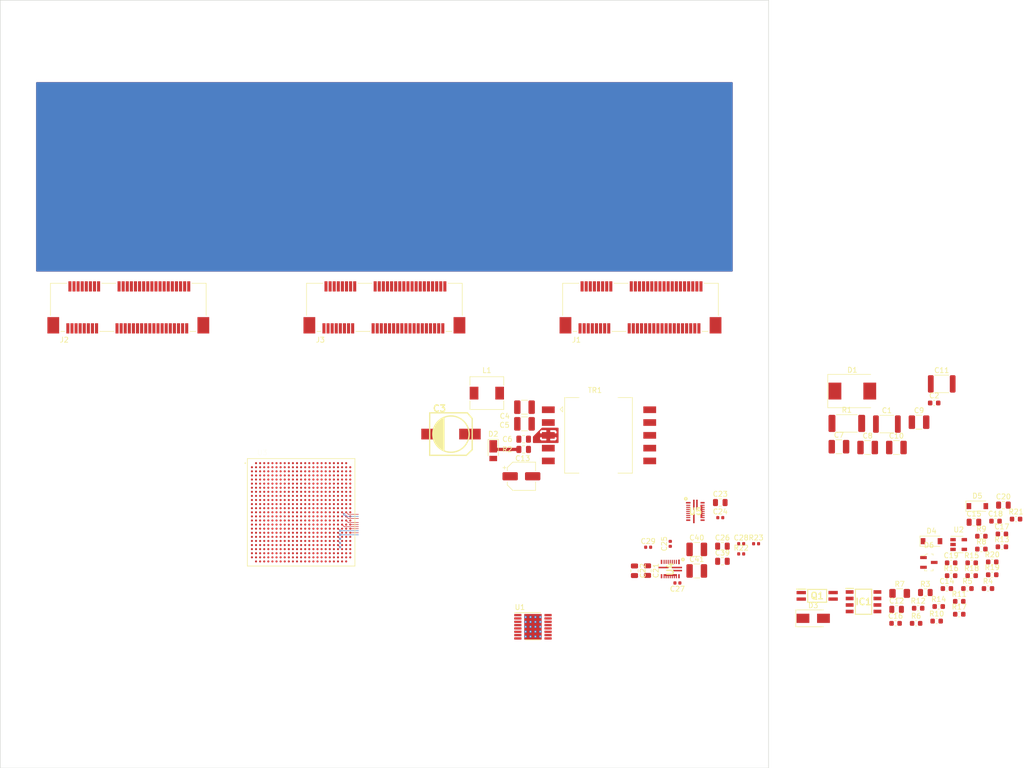
<source format=kicad_pcb>
(kicad_pcb (version 20171130) (host pcbnew 5.1.6-c6e7f7d~86~ubuntu18.04.1)
  (layers (0 F.Cu signal) (1 In1.Cu signal) (2 In2.Cu signal) (3 In3.Cu signal) (4 In4.Cu signal) (31 B.Cu signal) (34 B.Paste user) (35 F.Paste user) (36 B.SilkS user) (37 F.SilkS user) (38 B.Mask user) (39 F.Mask user) (44 Edge.Cuts user))
  (net 0 "")
  (net 1 "Net-(U1-Pad7)")
  (net 2 "Net-(U1-Pad6)")
  (net 3 GND)
  (net 4 "Net-(J1-PadMP)")
  (net 5 "Net-(J1-Pad1)")
  (net 6 "Net-(J1-Pad2)")
  (net 7 "Net-(J1-Pad3)")
  (net 8 "Net-(J1-Pad15)")
  (net 9 "Net-(J1-Pad5)")
  (net 10 "Net-(J1-Pad6)")
  (net 11 "Net-(J1-Pad7)")
  (net 12 "Net-(J1-Pad8)")
  (net 13 "Net-(J1-Pad10)")
  (net 14 "Net-(J1-Pad11)")
  (net 15 "Net-(J1-Pad12)")
  (net 16 "Net-(J1-Pad13)")
  (net 17 "Net-(J1-Pad14)")
  (net 18 "Net-(J1-Pad16)")
  (net 19 "Net-(J1-Pad17)")
  (net 20 "Net-(J1-Pad19)")
  (net 21 "Net-(J1-Pad20)")
  (net 22 "Net-(J1-Pad22)")
  (net 23 "Net-(J1-Pad23)")
  (net 24 "Net-(J1-Pad24)")
  (net 25 "Net-(J1-Pad25)")
  (net 26 "Net-(J1-Pad28)")
  (net 27 "Net-(J1-Pad30)")
  (net 28 "Net-(J1-Pad31)")
  (net 29 "Net-(J1-Pad32)")
  (net 30 "Net-(J1-Pad33)")
  (net 31 "Net-(J1-Pad36)")
  (net 32 "Net-(J1-Pad38)")
  (net 33 "Net-(J1-Pad39)")
  (net 34 "Net-(J1-Pad41)")
  (net 35 "Net-(J1-Pad42)")
  (net 36 "Net-(J1-Pad44)")
  (net 37 "Net-(J1-Pad45)")
  (net 38 "Net-(J1-Pad46)")
  (net 39 "Net-(J1-Pad47)")
  (net 40 "Net-(J1-Pad48)")
  (net 41 "Net-(J1-Pad49)")
  (net 42 "Net-(J1-Pad51)")
  (net 43 "Net-(J1-Pad52)")
  (net 44 "Net-(J2-PadMP)")
  (net 45 "Net-(J2-Pad1)")
  (net 46 "Net-(J2-Pad2)")
  (net 47 "Net-(J2-Pad3)")
  (net 48 "Net-(J2-Pad15)")
  (net 49 "Net-(J2-Pad5)")
  (net 50 "Net-(J2-Pad6)")
  (net 51 "Net-(J2-Pad7)")
  (net 52 "Net-(J2-Pad8)")
  (net 53 "Net-(J2-Pad10)")
  (net 54 "Net-(J2-Pad11)")
  (net 55 "Net-(J2-Pad12)")
  (net 56 "Net-(J2-Pad13)")
  (net 57 "Net-(J2-Pad14)")
  (net 58 "Net-(J2-Pad16)")
  (net 59 "Net-(J2-Pad17)")
  (net 60 "Net-(J2-Pad19)")
  (net 61 "Net-(J2-Pad20)")
  (net 62 "Net-(J2-Pad22)")
  (net 63 "Net-(J2-Pad23)")
  (net 64 "Net-(J2-Pad24)")
  (net 65 "Net-(J2-Pad25)")
  (net 66 "Net-(J2-Pad28)")
  (net 67 "Net-(J2-Pad30)")
  (net 68 "Net-(J2-Pad31)")
  (net 69 "Net-(J2-Pad32)")
  (net 70 "Net-(J2-Pad33)")
  (net 71 "Net-(J2-Pad36)")
  (net 72 "Net-(J2-Pad38)")
  (net 73 "Net-(J2-Pad39)")
  (net 74 "Net-(J2-Pad41)")
  (net 75 "Net-(J2-Pad42)")
  (net 76 "Net-(J2-Pad44)")
  (net 77 "Net-(J2-Pad45)")
  (net 78 "Net-(J2-Pad46)")
  (net 79 "Net-(J2-Pad47)")
  (net 80 "Net-(J2-Pad48)")
  (net 81 "Net-(J2-Pad49)")
  (net 82 "Net-(J2-Pad51)")
  (net 83 "Net-(J2-Pad52)")
  (net 84 "Net-(J3-PadMP)")
  (net 85 "Net-(J3-Pad1)")
  (net 86 "Net-(J3-Pad2)")
  (net 87 "Net-(J3-Pad3)")
  (net 88 "Net-(J3-Pad15)")
  (net 89 "Net-(J3-Pad5)")
  (net 90 "Net-(J3-Pad6)")
  (net 91 "Net-(J3-Pad7)")
  (net 92 "Net-(J3-Pad8)")
  (net 93 "Net-(J3-Pad10)")
  (net 94 "Net-(J3-Pad11)")
  (net 95 "Net-(J3-Pad12)")
  (net 96 "Net-(J3-Pad13)")
  (net 97 "Net-(J3-Pad14)")
  (net 98 "Net-(J3-Pad16)")
  (net 99 "Net-(J3-Pad17)")
  (net 100 "Net-(J3-Pad19)")
  (net 101 "Net-(J3-Pad20)")
  (net 102 "Net-(J3-Pad22)")
  (net 103 "Net-(J3-Pad23)")
  (net 104 "Net-(J3-Pad24)")
  (net 105 "Net-(J3-Pad25)")
  (net 106 "Net-(J3-Pad28)")
  (net 107 "Net-(J3-Pad30)")
  (net 108 "Net-(J3-Pad31)")
  (net 109 "Net-(J3-Pad32)")
  (net 110 "Net-(J3-Pad33)")
  (net 111 "Net-(J3-Pad36)")
  (net 112 "Net-(J3-Pad38)")
  (net 113 "Net-(J3-Pad39)")
  (net 114 "Net-(J3-Pad41)")
  (net 115 "Net-(J3-Pad42)")
  (net 116 "Net-(J3-Pad44)")
  (net 117 "Net-(J3-Pad45)")
  (net 118 "Net-(J3-Pad46)")
  (net 119 "Net-(J3-Pad47)")
  (net 120 "Net-(J3-Pad48)")
  (net 121 "Net-(J3-Pad49)")
  (net 122 "Net-(J3-Pad51)")
  (net 123 "Net-(J3-Pad52)")
  (net 124 "Net-(C1-Pad1)")
  (net 125 "Net-(C2-Pad2)")
  (net 126 GNDPWR)
  (net 127 "/PoE Power/VB")
  (net 128 "Net-(D2-Pad1)")
  (net 129 "Net-(D4-Pad2)")
  (net 130 "Net-(IC1-Pad1)")
  (net 131 "Net-(Q1-Pad4)")
  (net 132 "Net-(Q1-Pad1)")
  (net 133 "/PoE Power/AUX")
  (net 134 "Net-(R3-Pad1)")
  (net 135 "Net-(C12-Pad2)")
  (net 136 "/PoE Power/V12")
  (net 137 "Net-(D5-Pad2)")
  (net 138 "Net-(C12-Pad1)")
  (net 139 "Net-(C6-Pad2)")
  (net 140 "Net-(C13-Pad1)")
  (net 141 "Net-(C16-Pad2)")
  (net 142 "Net-(C16-Pad1)")
  (net 143 "Net-(C17-Pad2)")
  (net 144 "Net-(C18-Pad1)")
  (net 145 "Net-(C19-Pad1)")
  (net 146 /Power/+12V)
  (net 147 "Net-(C24-Pad2)")
  (net 148 "Net-(C24-Pad1)")
  (net 149 /Power/CPU_VDD)
  (net 150 "Net-(C27-Pad1)")
  (net 151 "Net-(D1-Pad2)")
  (net 152 "Net-(D5-Pad1)")
  (net 153 "Net-(D6-Pad2)")
  (net 154 "Net-(R5-Pad1)")
  (net 155 "Net-(R8-Pad1)")
  (net 156 "Net-(R16-Pad2)")
  (net 157 "Net-(R17-Pad2)")
  (net 158 "Net-(U3-PadAE23)")
  (net 159 "Net-(U3-PadAE22)")
  (net 160 "Net-(U3-PadAD24)")
  (net 161 "Net-(U3-PadAD23)")
  (net 162 "Net-(U3-PadAC25)")
  (net 163 "Net-(U3-PadAC24)")
  (net 164 "Net-(U3-PadAC23)")
  (net 165 "Net-(U3-PadAC22)")
  (net 166 "Net-(U3-PadAC21)")
  (net 167 "Net-(U3-PadAB25)")
  (net 168 "Net-(U3-PadAB23)")
  (net 169 "Net-(U3-PadAB21)")
  (net 170 "Net-(U3-PadAB20)")
  (net 171 "Net-(U3-PadAA25)")
  (net 172 "Net-(U3-PadAA24)")
  (net 173 "Net-(U3-PadAA23)")
  (net 174 "Net-(U3-PadAA22)")
  (net 175 "Net-(U3-PadAA21)")
  (net 176 "Net-(U3-PadY25)")
  (net 177 "Net-(U3-PadY23)")
  (net 178 "Net-(U3-PadY21)")
  (net 179 "Net-(U3-PadW25)")
  (net 180 "Net-(U3-PadW24)")
  (net 181 "Net-(U3-PadW23)")
  (net 182 "Net-(U3-PadW22)")
  (net 183 "Net-(U3-PadW21)")
  (net 184 "Net-(U3-PadV25)")
  (net 185 "Net-(U3-PadV23)")
  (net 186 "Net-(U3-PadV21)")
  (net 187 "Net-(U3-PadU25)")
  (net 188 "Net-(U3-PadU24)")
  (net 189 "Net-(U3-PadU23)")
  (net 190 "Net-(U3-PadU22)")
  (net 191 "Net-(U3-PadU21)")
  (net 192 "Net-(U3-PadT25)")
  (net 193 "Net-(U3-PadT23)")
  (net 194 "Net-(U3-PadT21)")
  (net 195 "Net-(U3-PadR24)")
  (net 196 "Net-(U3-PadR22)")
  (net 197 "Net-(U3-PadR20)")
  (net 198 "Net-(U3-PadP25)")
  (net 199 "Net-(U3-PadP23)")
  (net 200 "Net-(U3-PadP21)")
  (net 201 "Net-(U3-PadN25)")
  (net 202 "Net-(U3-PadN24)")
  (net 203 "Net-(U3-PadN23)")
  (net 204 "Net-(U3-PadN22)")
  (net 205 "Net-(U3-PadN21)")
  (net 206 "Net-(U3-PadM25)")
  (net 207 "Net-(U3-PadM24)")
  (net 208 "Net-(U3-PadM23)")
  (net 209 "Net-(U3-PadM21)")
  (net 210 "Net-(U3-PadL25)")
  (net 211 "Net-(U3-PadL23)")
  (net 212 "Net-(U3-PadL22)")
  (net 213 "Net-(U3-PadL21)")
  (net 214 "Net-(U3-PadK25)")
  (net 215 "Net-(U3-PadK24)")
  (net 216 "Net-(U3-PadK23)")
  (net 217 "Net-(U3-PadK21)")
  (net 218 "Net-(U3-PadJ25)")
  (net 219 "Net-(U3-PadJ23)")
  (net 220 "Net-(U3-PadJ22)")
  (net 221 "Net-(U3-PadJ21)")
  (net 222 "Net-(U3-PadH25)")
  (net 223 "Net-(U3-PadH24)")
  (net 224 "Net-(U3-PadH23)")
  (net 225 "Net-(U3-PadH22)")
  (net 226 "Net-(U3-PadH21)")
  (net 227 "Net-(U3-PadH19)")
  (net 228 "Net-(U3-PadG25)")
  (net 229 "Net-(U3-PadG23)")
  (net 230 "Net-(U3-PadG21)")
  (net 231 "Net-(U3-PadF25)")
  (net 232 "Net-(U3-PadF24)")
  (net 233 "Net-(U3-PadF23)")
  (net 234 "Net-(U3-PadF22)")
  (net 235 "Net-(U3-PadE25)")
  (net 236 "Net-(U3-PadE23)")
  (net 237 "Net-(U3-PadD25)")
  (net 238 "Net-(U3-PadD24)")
  (net 239 "Net-(U3-PadD23)")
  (net 240 "Net-(U3-PadD22)")
  (net 241 "Net-(U3-PadC25)")
  (net 242 "Net-(U3-PadC24)")
  (net 243 "Net-(U3-PadC22)")
  (net 244 "Net-(U3-PadB24)")
  (net 245 "Net-(U3-PadB23)")
  (net 246 "Net-(U3-PadB22)")
  (net 247 "Net-(U3-PadA23)")
  (net 248 "Net-(U3-PadA22)")
  (net 249 "Net-(U4-Pad9)")
  (net 250 /Power/EN_VDD)
  (net 251 "Net-(C28-Pad1)")
  (net 252 "Net-(R22-Pad1)")
  (net 253 "Net-(R23-Pad2)")
  (net 254 "Net-(C33-Pad1)")
  (net 255 "Net-(C36-Pad1)")
  (net 256 "Net-(U5-Pad9)")
  (net 257 "Net-(U5-Pad8)")
  (net 258 "Net-(C37-Pad1)")
  (net 259 "Net-(R26-Pad1)")
  (net 260 "Net-(R27-Pad2)")
  (net 261 "Net-(C33-Pad2)")
  (net 262 "Net-(U5-Pad7)")
  (net 263 "Net-(U5-Pad6)")
  (module Resistor_SMD:R_0402_1005Metric (layer F.Cu) (at 147.5654 106.1746)
    (fp_text reference R23 (at 0 -1.17) (layer F.SilkS))
    (fp_text value 6.98K)
    (pad 2 smd roundrect (at 0.485 0) (size 0.59 0.64) (layers F.Cu F.Paste F.Mask) (net 253 "Net-(R23-Pad2)"))
    (pad 1 smd roundrect (at -0.485 0) (size 0.59 0.64) (layers F.Cu F.Paste F.Mask) (net 3 GND))
  )
  (module Resistor_SMD:R_0402_1005Metric (layer F.Cu) (at 144.6554 108.1646)
    (fp_text reference R22 (at 0 -1.17) (layer F.SilkS))
    (fp_text value 30.1K)
    (pad 2 smd roundrect (at 0.485 0) (size 0.59 0.64) (layers F.Cu F.Paste F.Mask) (net 3 GND))
    (pad 1 smd roundrect (at -0.485 0) (size 0.59 0.64) (layers F.Cu F.Paste F.Mask) (net 252 "Net-(R22-Pad1)"))
  )
  (module Capacitor_SMD:C_1210_3225Metric (layer F.Cu) (at 135.9854 111.4946)
    (fp_text reference C41 (at 0 -2.28) (layer F.SilkS))
    (fp_text value 100uF)
    (pad 2 smd roundrect (at 1.4 0) (size 1.25 2.65) (layers F.Cu F.Paste F.Mask) (roundrect_rratio 0.2) (net 149 /Power/CPU_VDD))
    (pad 1 smd roundrect (at -1.4 0) (size 1.25 2.65) (layers F.Cu F.Paste F.Mask) (roundrect_rratio 0.2) (net 3 GND))
  )
  (module Capacitor_SMD:C_1210_3225Metric (layer F.Cu) (at 135.9854 107.2846)
    (fp_text reference C40 (at 0 -2.28) (layer F.SilkS))
    (fp_text value 100uF)
    (pad 2 smd roundrect (at 1.4 0) (size 1.25 2.65) (layers F.Cu F.Paste F.Mask) (roundrect_rratio 0.2) (net 149 /Power/CPU_VDD))
    (pad 1 smd roundrect (at -1.4 0) (size 1.25 2.65) (layers F.Cu F.Paste F.Mask) (roundrect_rratio 0.2) (net 3 GND))
  )
  (module Capacitor_SMD:C_0805_2012Metric (layer F.Cu) (at 140.9954 109.6046)
    (fp_text reference C39 (at 0 -1.65) (layer F.SilkS))
    (fp_text value 22uF)
    (pad 2 smd roundrect (at 0.9375 0) (size 0.975 1.4) (layers F.Cu F.Paste F.Mask) (net 149 /Power/CPU_VDD))
    (pad 1 smd roundrect (at -0.9375 0) (size 0.975 1.4) (layers F.Cu F.Paste F.Mask) (net 3 GND))
  )
  (module Capacitor_SMD:C_0402_1005Metric (layer F.Cu) (at 126.4944 106.8578)
    (fp_text reference C29 (at 0 -1.17) (layer F.SilkS))
    (fp_text value .1uF)
    (pad 2 smd roundrect (at 0.485 0) (size 0.59 0.64) (layers F.Cu F.Paste F.Mask) (net 251 "Net-(C28-Pad1)"))
    (pad 1 smd roundrect (at -0.485 0) (size 0.59 0.64) (layers F.Cu F.Paste F.Mask) (net 3 GND))
  )
  (module Capacitor_SMD:C_0402_1005Metric (layer F.Cu) (at 144.6554 106.1746)
    (fp_text reference C28 (at 0 -1.17) (layer F.SilkS))
    (fp_text value .1uF)
    (pad 2 smd roundrect (at 0.485 0) (size 0.59 0.64) (layers F.Cu F.Paste F.Mask) (net 3 GND))
    (pad 1 smd roundrect (at -0.485 0) (size 0.59 0.64) (layers F.Cu F.Paste F.Mask) (net 251 "Net-(C28-Pad1)"))
  )
  (module Capacitor_SMD:C_0805_2012Metric (layer F.Cu) (at 140.9954 106.6546)
    (fp_text reference C26 (at 0 -1.65) (layer F.SilkS))
    (fp_text value 22uF)
    (pad 2 smd roundrect (at 0.9375 0) (size 0.975 1.4) (layers F.Cu F.Paste F.Mask) (net 149 /Power/CPU_VDD))
    (pad 1 smd roundrect (at -0.9375 0) (size 0.975 1.4) (layers F.Cu F.Paste F.Mask) (net 3 GND))
  )
  (module Capacitor_SMD:C_0402_1005Metric (layer F.Cu) (at 130.81 106.1975 90)
    (fp_text reference C25 (at 0 -1.17 90) (layer F.SilkS))
    (fp_text value .1uF)
    (pad 2 smd roundrect (at 0.485 0 90) (size 0.59 0.64) (layers F.Cu F.Paste F.Mask) (net 149 /Power/CPU_VDD))
    (pad 1 smd roundrect (at -0.485 0 90) (size 0.59 0.64) (layers F.Cu F.Paste F.Mask) (net 3 GND))
  )
  (module Capacitor_SMD:C_0402_1005Metric (layer F.Cu) (at 132.2046 113.8428 180)
    (fp_text reference C27 (at 0 -1.17) (layer F.SilkS))
    (fp_text value .1)
    (pad 2 smd roundrect (at 0.485 0 180) (size 0.59 0.64) (layers F.Cu F.Paste F.Mask) (net 3 GND))
    (pad 1 smd roundrect (at -0.485 0 180) (size 0.59 0.64) (layers F.Cu F.Paste F.Mask) (net 150 "Net-(C27-Pad1)"))
  )
  (module Capacitor_SMD:C_0402_1005Metric (layer F.Cu) (at 140.575001 101.080001)
    (fp_text reference C24 (at 0 -1.17) (layer F.SilkS))
    (fp_text value .1uF)
    (pad 2 smd roundrect (at 0.485 0) (size 0.59 0.64) (layers F.Cu F.Paste F.Mask) (net 147 "Net-(C24-Pad2)"))
    (pad 1 smd roundrect (at -0.485 0) (size 0.59 0.64) (layers F.Cu F.Paste F.Mask) (net 148 "Net-(C24-Pad1)"))
  )
  (module Scott:QFN45P300X400X100-21N (layer F.Cu) (at 135.720001 99.869501)
    (fp_text reference U5 (at 0 0) (layer F.SilkS) (effects (font (size 1.27 1.27) (thickness 0.254))))
    (fp_text value MPQ8634AGLE-P hide)
    (fp_poly (pts (xy 1.3 1.25) (xy 1.05 1.25) (xy 1.05 -1.25) (xy 1.3 -1.25)) (layer F.Cu) (width 0.1))
    (pad 21 smd rect (at -0.3 -1.3) (size 0.3 2) (layers F.Cu F.Paste F.Mask) (net 146 /Power/+12V))
    (pad 20 smd rect (at 0.3 -1.3) (size 0.3 2) (layers F.Cu F.Paste F.Mask) (net 254 "Net-(C33-Pad1)"))
    (pad 19 smd rect (at 1.4 -1.7 90) (size 0.3 0.8) (layers F.Cu F.Paste F.Mask) (net 255 "Net-(C36-Pad1)"))
    (pad 18 smd rect (at 1.4 -1.2 90) (size 0.2 0.8) (layers F.Cu F.Paste F.Mask) (net 3 GND))
    (pad 17 smd rect (at 1.4 -0.8 90) (size 0.2 0.8) (layers F.Cu F.Paste F.Mask) (net 3 GND))
    (pad 16 smd rect (at 1.4 -0.4 90) (size 0.2 0.8) (layers F.Cu F.Paste F.Mask) (net 3 GND))
    (pad 15 smd rect (at 1.4 0 90) (size 0.2 0.8) (layers F.Cu F.Paste F.Mask) (net 3 GND))
    (pad 14 smd rect (at 1.4 0.4 90) (size 0.2 0.8) (layers F.Cu F.Paste F.Mask) (net 3 GND))
    (pad 13 smd rect (at 1.4 0.8 90) (size 0.2 0.8) (layers F.Cu F.Paste F.Mask) (net 3 GND))
    (pad 12 smd rect (at 1.4 1.2 90) (size 0.2 0.8) (layers F.Cu F.Paste F.Mask) (net 3 GND))
    (pad 11 smd rect (at 1.4 1.7 90) (size 0.3 0.8) (layers F.Cu F.Paste F.Mask) (net 3 GND))
    (pad 10 smd rect (at -0.3 1.3) (size 0.3 2) (layers F.Cu F.Paste F.Mask) (net 146 /Power/+12V))
    (pad 9 smd rect (at -1.4 1.7 90) (size 0.3 0.8) (layers F.Cu F.Paste F.Mask) (net 256 "Net-(U5-Pad9)"))
    (pad 8 smd rect (at -1.4 1.2 90) (size 0.2 0.8) (layers F.Cu F.Paste F.Mask) (net 257 "Net-(U5-Pad8)"))
    (pad 7 smd rect (at -1.4 0.8 90) (size 0.2 0.8) (layers F.Cu F.Paste F.Mask) (net 262 "Net-(U5-Pad7)"))
    (pad 6 smd rect (at -1.4 0.4 90) (size 0.2 0.8) (layers F.Cu F.Paste F.Mask) (net 263 "Net-(U5-Pad6)"))
    (pad 5 smd rect (at -1.4 0 90) (size 0.2 0.8) (layers F.Cu F.Paste F.Mask) (net 258 "Net-(C37-Pad1)"))
    (pad 4 smd rect (at -1.4 -0.4 90) (size 0.2 0.8) (layers F.Cu F.Paste F.Mask) (net 259 "Net-(R26-Pad1)"))
    (pad 3 smd rect (at -1.4 -0.8 90) (size 0.2 0.8) (layers F.Cu F.Paste F.Mask) (net 260 "Net-(R27-Pad2)"))
    (pad 2 smd rect (at -1.4 -1.2 90) (size 0.2 0.8) (layers F.Cu F.Paste F.Mask) (net 3 GND))
    (pad 1 smd rect (at -1.4 -1.7 90) (size 0.3 0.9) (layers F.Cu F.Paste F.Mask) (net 261 "Net-(C33-Pad2)"))
  )
  (module Scott:QFN45P300X400X100-21N (layer F.Cu) (at 130.81 111.125 270)
    (fp_text reference U4 (at 0 0 90) (layer F.SilkS) (effects (font (size 1.27 1.27) (thickness 0.254))))
    (fp_text value MPQ8634AGLE-P hide)
    (fp_poly (pts (xy 1.3 1.25) (xy 1.05 1.25) (xy 1.05 -1.25) (xy 1.3 -1.25)) (layer F.Cu) (width 0.1))
    (pad 21 smd rect (at -0.3 -1.3 270) (size 0.3 2) (layers F.Cu F.Paste F.Mask) (net 146 /Power/+12V))
    (pad 20 smd rect (at 0.3 -1.3 270) (size 0.3 2) (layers F.Cu F.Paste F.Mask) (net 148 "Net-(C24-Pad1)"))
    (pad 19 smd rect (at 1.4 -1.7) (size 0.3 0.8) (layers F.Cu F.Paste F.Mask) (net 150 "Net-(C27-Pad1)"))
    (pad 18 smd rect (at 1.4 -1.2) (size 0.2 0.8) (layers F.Cu F.Paste F.Mask) (net 3 GND))
    (pad 17 smd rect (at 1.4 -0.8) (size 0.2 0.8) (layers F.Cu F.Paste F.Mask) (net 3 GND))
    (pad 16 smd rect (at 1.4 -0.4) (size 0.2 0.8) (layers F.Cu F.Paste F.Mask) (net 3 GND))
    (pad 15 smd rect (at 1.4 0) (size 0.2 0.8) (layers F.Cu F.Paste F.Mask) (net 3 GND))
    (pad 14 smd rect (at 1.4 0.4) (size 0.2 0.8) (layers F.Cu F.Paste F.Mask) (net 3 GND))
    (pad 13 smd rect (at 1.4 0.8) (size 0.2 0.8) (layers F.Cu F.Paste F.Mask) (net 3 GND))
    (pad 12 smd rect (at 1.4 1.2) (size 0.2 0.8) (layers F.Cu F.Paste F.Mask) (net 3 GND))
    (pad 11 smd rect (at 1.4 1.7) (size 0.3 0.8) (layers F.Cu F.Paste F.Mask) (net 3 GND))
    (pad 10 smd rect (at -0.3 1.3 270) (size 0.3 2) (layers F.Cu F.Paste F.Mask) (net 146 /Power/+12V))
    (pad 9 smd rect (at -1.4 1.7) (size 0.3 0.8) (layers F.Cu F.Paste F.Mask) (net 249 "Net-(U4-Pad9)"))
    (pad 8 smd rect (at -1.4 1.2) (size 0.2 0.8) (layers F.Cu F.Paste F.Mask) (net 250 /Power/EN_VDD))
    (pad 7 smd rect (at -1.4 0.8) (size 0.2 0.8) (layers F.Cu F.Paste F.Mask) (net 149 /Power/CPU_VDD))
    (pad 6 smd rect (at -1.4 0.4) (size 0.2 0.8) (layers F.Cu F.Paste F.Mask) (net 3 GND))
    (pad 5 smd rect (at -1.4 0) (size 0.2 0.8) (layers F.Cu F.Paste F.Mask) (net 251 "Net-(C28-Pad1)"))
    (pad 4 smd rect (at -1.4 -0.4) (size 0.2 0.8) (layers F.Cu F.Paste F.Mask) (net 252 "Net-(R22-Pad1)"))
    (pad 3 smd rect (at -1.4 -0.8) (size 0.2 0.8) (layers F.Cu F.Paste F.Mask) (net 253 "Net-(R23-Pad2)"))
    (pad 2 smd rect (at -1.4 -1.2) (size 0.2 0.8) (layers F.Cu F.Paste F.Mask) (net 3 GND))
    (pad 1 smd rect (at -1.4 -1.7) (size 0.3 0.9) (layers F.Cu F.Paste F.Mask) (net 147 "Net-(C24-Pad2)"))
  )
  (module Capacitor_SMD:C_0805_2012Metric (layer F.Cu) (at 140.575001 98.130001)
    (fp_text reference C23 (at 0 -1.65) (layer F.SilkS))
    (fp_text value 22uF)
    (pad 2 smd roundrect (at 0.9375 0) (size 0.975 1.4) (layers F.Cu F.Paste F.Mask) (net 3 GND))
    (pad 1 smd roundrect (at -0.9375 0) (size 0.975 1.4) (layers F.Cu F.Paste F.Mask) (net 146 /Power/+12V))
  )
  (module Capacitor_SMD:C_0805_2012Metric (layer F.Cu) (at 123.825 111.4575 270)
    (fp_text reference C22 (at 0 -1.65 90) (layer F.SilkS))
    (fp_text value 22uF)
    (pad 2 smd roundrect (at 0.9375 0 270) (size 0.975 1.4) (layers F.Cu F.Paste F.Mask) (net 3 GND))
    (pad 1 smd roundrect (at -0.9375 0 270) (size 0.975 1.4) (layers F.Cu F.Paste F.Mask) (net 146 /Power/+12V))
  )
  (module Capacitor_SMD:C_0805_2012Metric (layer F.Cu) (at 126.365 111.4275 270)
    (fp_text reference C21 (at 0 -1.65 90) (layer F.SilkS))
    (fp_text value 22uF)
    (pad 2 smd roundrect (at 0.9375 0 270) (size 0.975 1.4) (layers F.Cu F.Paste F.Mask) (net 3 GND))
    (pad 1 smd roundrect (at -0.9375 0 270) (size 0.975 1.4) (layers F.Cu F.Paste F.Mask) (net 146 /Power/+12V))
  )
  (module Resistor_SMD:R_0805_2012Metric (layer F.Cu) (at 102.1875 87.75 180)
    (fp_text reference R2 (at 3.1875 0) (layer F.SilkS))
    (fp_text value 39K)
    (pad 2 smd roundrect (at 0.9375 0 180) (size 0.975 1.4) (layers F.Cu F.Paste F.Mask) (net 128 "Net-(D2-Pad1)"))
    (pad 1 smd roundrect (at -0.9375 0 180) (size 0.975 1.4) (layers F.Cu F.Paste F.Mask) (net 124 "Net-(C1-Pad1)"))
  )
  (module Diode_SMD:D_PowerDI-123 (layer F.Cu) (at 96.25 88 270)
    (fp_text reference D2 (at -3.25 0 180) (layer F.SilkS))
    (fp_text value DFLU1200-7)
    (pad 2 smd rect (at 1.525 0 90) (size 1.05 1.5) (layers F.Cu F.Paste F.Mask) (net 139 "Net-(C6-Pad2)"))
    (pad 1 smd rect (at -0.85 0 90) (size 2.4 1.5) (layers F.Cu F.Paste F.Mask) (net 128 "Net-(D2-Pad1)"))
  )
  (module Capacitor_SMD:C_0805_2012Metric (layer F.Cu) (at 102.1875 85.75 180)
    (fp_text reference C6 (at 3.1875 0) (layer F.SilkS))
    (fp_text value 100nF)
    (pad 2 smd roundrect (at 0.9375 0 180) (size 0.975 1.4) (layers F.Cu F.Paste F.Mask) (net 139 "Net-(C6-Pad2)"))
    (pad 1 smd roundrect (at -0.9375 0 180) (size 0.975 1.4) (layers F.Cu F.Paste F.Mask) (net 124 "Net-(C1-Pad1)"))
  )
  (module Capacitor_SMD:C_1210_3225Metric (layer F.Cu) (at 102.35 82.75 180)
    (fp_text reference C5 (at 3.9 -0.25) (layer F.SilkS))
    (fp_text value 2.2uF)
    (pad 2 smd roundrect (at 1.4 0 180) (size 1.25 2.65) (layers F.Cu F.Paste F.Mask) (roundrect_rratio 0.2) (net 126 GNDPWR))
    (pad 1 smd roundrect (at -1.4 0 180) (size 1.25 2.65) (layers F.Cu F.Paste F.Mask) (roundrect_rratio 0.2) (net 124 "Net-(C1-Pad1)"))
  )
  (module Capacitor_SMD:C_1210_3225Metric (layer F.Cu) (at 102.35 79.5 180)
    (fp_text reference C4 (at 3.85 -1.75) (layer F.SilkS))
    (fp_text value 2.2uF)
    (pad 2 smd roundrect (at 1.4 0 180) (size 1.25 2.65) (layers F.Cu F.Paste F.Mask) (roundrect_rratio 0.2) (net 126 GNDPWR))
    (pad 1 smd roundrect (at -1.4 0 180) (size 1.25 2.65) (layers F.Cu F.Paste F.Mask) (roundrect_rratio 0.2) (net 124 "Net-(C1-Pad1)"))
  )
  (module "Scott:EEEFK2A220P_FKV(F)" (layer F.Cu) (at 88 84.75 180)
    (fp_text reference C3 (at 2.25 5) (layer F.SilkS) (effects (font (size 1.27 1.27) (thickness 0.254))))
    (fp_text value EEEFK2A220P hide)
    (pad 2 smd rect (at 3.7 0 270) (size 2.1 4.2) (layers F.Cu F.Paste F.Mask) (net 126 GNDPWR))
    (pad 1 smd rect (at -3.7 0 270) (size 2.1 4.2) (layers F.Cu F.Paste F.Mask) (net 138 "Net-(C12-Pad1)"))
  )
  (module Scott:L_6.0x6.0_H2 (layer F.Cu) (at 95 76.75)
    (fp_text reference L1 (at 0 -4.45) (layer F.SilkS))
    (fp_text value 3.3uH)
    (pad 2 smd rect (at 2.5 0) (size 1.7 2.5) (layers F.Cu F.Paste F.Mask) (net 124 "Net-(C1-Pad1)"))
    (pad 1 smd rect (at -2.5 0) (size 1.7 2.5) (layers F.Cu F.Paste F.Mask) (net 138 "Net-(C12-Pad1)"))
  )
  (module Resistor_SMD:R_2512_6332Metric (layer F.Cu) (at 165.28 82.67)
    (fp_text reference R1 (at 0 -2.62) (layer F.SilkS))
    (fp_text value 7.5)
    (pad 2 smd roundrect (at 2.9 0) (size 1.35 3.35) (layers F.Cu F.Paste F.Mask) (roundrect_rratio 0.185185) (net 151 "Net-(D1-Pad2)"))
    (pad 1 smd roundrect (at -2.9 0) (size 1.35 3.35) (layers F.Cu F.Paste F.Mask) (roundrect_rratio 0.185185) (net 125 "Net-(C2-Pad2)"))
  )
  (module Diode_SMD:D_SMC (layer F.Cu) (at 166.36 76.35)
    (fp_text reference D1 (at 0 -4.1) (layer F.SilkS))
    (fp_text value SK86)
    (pad 2 smd rect (at 3.4 0 90) (size 3.3 2.5) (layers F.Cu F.Paste F.Mask) (net 151 "Net-(D1-Pad2)"))
    (pad 1 smd rect (at -3.4 0 90) (size 3.3 2.5) (layers F.Cu F.Paste F.Mask) (net 136 "/PoE Power/V12"))
  )
  (module Capacitor_SMD:C_1210_3225Metric (layer F.Cu) (at 174.96 87.38)
    (fp_text reference C10 (at 0 -2.28) (layer F.SilkS))
    (fp_text value 22uf)
    (pad 2 smd roundrect (at 1.4 0) (size 1.25 2.65) (layers F.Cu F.Paste F.Mask) (roundrect_rratio 0.2) (net 3 GND))
    (pad 1 smd roundrect (at -1.4 0) (size 1.25 2.65) (layers F.Cu F.Paste F.Mask) (roundrect_rratio 0.2) (net 136 "/PoE Power/V12"))
  )
  (module Capacitor_SMD:C_1210_3225Metric (layer F.Cu) (at 179.38 82.43)
    (fp_text reference C9 (at 0 -2.28) (layer F.SilkS))
    (fp_text value 22uf)
    (pad 2 smd roundrect (at 1.4 0) (size 1.25 2.65) (layers F.Cu F.Paste F.Mask) (roundrect_rratio 0.2) (net 3 GND))
    (pad 1 smd roundrect (at -1.4 0) (size 1.25 2.65) (layers F.Cu F.Paste F.Mask) (roundrect_rratio 0.2) (net 136 "/PoE Power/V12"))
  )
  (module Capacitor_SMD:C_1210_3225Metric (layer F.Cu) (at 169.35 87.38)
    (fp_text reference C8 (at 0 -2.28) (layer F.SilkS))
    (fp_text value 22uf)
    (pad 2 smd roundrect (at 1.4 0) (size 1.25 2.65) (layers F.Cu F.Paste F.Mask) (roundrect_rratio 0.2) (net 3 GND))
    (pad 1 smd roundrect (at -1.4 0) (size 1.25 2.65) (layers F.Cu F.Paste F.Mask) (roundrect_rratio 0.2) (net 136 "/PoE Power/V12"))
  )
  (module Capacitor_SMD:C_1210_3225Metric (layer F.Cu) (at 163.74 87.22)
    (fp_text reference C7 (at 0 -2.28) (layer F.SilkS))
    (fp_text value 22uf)
    (pad 2 smd roundrect (at 1.4 0) (size 1.25 2.65) (layers F.Cu F.Paste F.Mask) (roundrect_rratio 0.2) (net 3 GND))
    (pad 1 smd roundrect (at -1.4 0) (size 1.25 2.65) (layers F.Cu F.Paste F.Mask) (roundrect_rratio 0.2) (net 136 "/PoE Power/V12"))
  )
  (module Capacitor_SMD:C_0603_1608Metric (layer F.Cu) (at 182.34 78.68)
    (fp_text reference C2 (at 0 -1.43) (layer F.SilkS))
    (fp_text value 2.2nF)
    (pad 2 smd roundrect (at 0.7875 0) (size 0.875 0.95) (layers F.Cu F.Paste F.Mask) (net 125 "Net-(C2-Pad2)"))
    (pad 1 smd roundrect (at -0.7875 0) (size 0.875 0.95) (layers F.Cu F.Paste F.Mask) (net 136 "/PoE Power/V12"))
  )
  (module Capacitor_SMD:C_1812_4532Metric (layer F.Cu) (at 183.81 74.95)
    (fp_text reference C11 (at 0 -2.65) (layer F.SilkS))
    (fp_text value 2.2nF)
    (pad 2 smd roundrect (at 2.1375 0) (size 1.125 3.4) (layers F.Cu F.Paste F.Mask) (roundrect_rratio 0.222222) (net 3 GND))
    (pad 1 smd roundrect (at -2.1375 0) (size 1.125 3.4) (layers F.Cu F.Paste F.Mask) (roundrect_rratio 0.222222) (net 126 GNDPWR))
  )
  (module Capacitor_SMD:C_1812_4532Metric (layer F.Cu) (at 173.1 82.8)
    (fp_text reference C1 (at 0 -2.65) (layer F.SilkS))
    (fp_text value 2.2nF)
    (pad 2 smd roundrect (at 2.1375 0) (size 1.125 3.4) (layers F.Cu F.Paste F.Mask) (roundrect_rratio 0.222222) (net 126 GNDPWR))
    (pad 1 smd roundrect (at -2.1375 0) (size 1.125 3.4) (layers F.Cu F.Paste F.Mask) (roundrect_rratio 0.222222) (net 124 "Net-(C1-Pad1)"))
  )
  (module Package_TO_SOT_SMD:SOT-23-5 (layer F.Cu) (at 187.12 106.33)
    (fp_text reference U2 (at 0 -2.9) (layer F.SilkS))
    (fp_text value TL431DBV)
    (pad 5 smd rect (at 1.1 -0.95) (size 1.06 0.65) (layers F.Cu F.Paste F.Mask) (net 3 GND))
    (pad 4 smd rect (at 1.1 0.95) (size 1.06 0.65) (layers F.Cu F.Paste F.Mask) (net 141 "Net-(C16-Pad2)"))
    (pad 3 smd rect (at -1.1 0.95) (size 1.06 0.65) (layers F.Cu F.Paste F.Mask) (net 142 "Net-(C16-Pad1)"))
    (pad 2 smd rect (at -1.1 0) (size 1.06 0.65) (layers F.Cu F.Paste F.Mask))
    (pad 1 smd rect (at -1.1 -0.95) (size 1.06 0.65) (layers F.Cu F.Paste F.Mask))
  )
  (module Scott:Transformer_TNK_TSE265 (layer F.Cu) (at 116 85)
    (fp_text reference TR1 (at 0.1 -8.81) (layer F.SilkS))
    (fp_text value TSE265)
    (pad 1 smd rect (at -9 -5) (size 2.5 1.3) (layers F.Cu F.Paste F.Mask) (net 124 "Net-(C1-Pad1)"))
    (pad 2 smd rect (at -9 -2.5) (size 2.5 1.3) (layers F.Cu F.Paste F.Mask))
    (pad 10 smd rect (at 10.8 -5) (size 2.5 1.3) (layers F.Cu F.Paste F.Mask) (net 3 GND))
    (pad 9 smd rect (at 10.8 -2.5) (size 2.5 1.3) (layers F.Cu F.Paste F.Mask) (net 3 GND))
    (pad 8 smd rect (at 10.8 0) (size 2.5 1.3) (layers F.Cu F.Paste F.Mask))
    (pad 7 smd rect (at 10.8 2.5) (size 2.5 1.3) (layers F.Cu F.Paste F.Mask) (net 151 "Net-(D1-Pad2)"))
    (pad 6 smd rect (at 10.8 5) (size 2.5 1.3) (layers F.Cu F.Paste F.Mask) (net 151 "Net-(D1-Pad2)"))
    (pad 3 smd rect (at -9 0) (size 2.5 1.3) (layers F.Cu F.Paste F.Mask) (net 139 "Net-(C6-Pad2)"))
    (pad 4 smd rect (at -9 2.5) (size 2.5 1.3) (layers F.Cu F.Paste F.Mask) (net 126 GNDPWR))
    (pad 5 smd rect (at -9 5) (size 2.5 1.3) (layers F.Cu F.Paste F.Mask) (net 134 "Net-(R3-Pad1)"))
  )
  (module Resistor_SMD:R_0603_1608Metric (layer F.Cu) (at 198.32 101.36)
    (fp_text reference R21 (at 0 -1.43) (layer F.SilkS))
    (fp_text value 2.61K)
    (pad 2 smd roundrect (at 0.7875 0) (size 0.875 0.95) (layers F.Cu F.Paste F.Mask) (net 141 "Net-(C16-Pad2)"))
    (pad 1 smd roundrect (at -0.7875 0) (size 0.875 0.95) (layers F.Cu F.Paste F.Mask) (net 3 GND))
  )
  (module Resistor_SMD:R_0603_1608Metric (layer F.Cu) (at 189.66 109.91)
    (fp_text reference R15 (at 0 -1.43) (layer F.SilkS))
    (fp_text value 10K)
    (pad 2 smd roundrect (at 0.7875 0) (size 0.875 0.95) (layers F.Cu F.Paste F.Mask) (net 153 "Net-(D6-Pad2)"))
    (pad 1 smd roundrect (at -0.7875 0) (size 0.875 0.95) (layers F.Cu F.Paste F.Mask) (net 141 "Net-(C16-Pad2)"))
  )
  (module Resistor_SMD:R_0603_1608Metric (layer F.Cu) (at 178.81 121.73)
    (fp_text reference R6 (at 0 -1.43) (layer F.SilkS))
    (fp_text value 0)
    (pad 2 smd roundrect (at 0.7875 0) (size 0.875 0.95) (layers F.Cu F.Paste F.Mask) (net 136 "/PoE Power/V12"))
    (pad 1 smd roundrect (at -0.7875 0) (size 0.875 0.95) (layers F.Cu F.Paste F.Mask) (net 153 "Net-(D6-Pad2)"))
  )
  (module Resistor_SMD:R_0603_1608Metric (layer F.Cu) (at 189.66 112.42)
    (fp_text reference R18 (at 0 -1.43) (layer F.SilkS))
    (fp_text value 1K)
    (pad 2 smd roundrect (at 0.7875 0) (size 0.875 0.95) (layers F.Cu F.Paste F.Mask) (net 142 "Net-(C16-Pad1)"))
    (pad 1 smd roundrect (at -0.7875 0) (size 0.875 0.95) (layers F.Cu F.Paste F.Mask) (net 145 "Net-(C19-Pad1)"))
  )
  (module Resistor_SMD:R_0603_1608Metric (layer F.Cu) (at 183.22 118.44)
    (fp_text reference R14 (at 0 -1.43) (layer F.SilkS))
    (fp_text value 4.99K)
    (pad 2 smd roundrect (at 0.7875 0) (size 0.875 0.95) (layers F.Cu F.Paste F.Mask) (net 142 "Net-(C16-Pad1)"))
    (pad 1 smd roundrect (at -0.7875 0) (size 0.875 0.95) (layers F.Cu F.Paste F.Mask) (net 153 "Net-(D6-Pad2)"))
  )
  (module Resistor_SMD:R_0603_1608Metric (layer F.Cu) (at 195.56 106.78)
    (fp_text reference R13 (at 0 -1.43) (layer F.SilkS))
    (fp_text value 10K)
    (pad 2 smd roundrect (at 0.7875 0) (size 0.875 0.95) (layers F.Cu F.Paste F.Mask) (net 142 "Net-(C16-Pad1)"))
    (pad 1 smd roundrect (at -0.7875 0) (size 0.875 0.95) (layers F.Cu F.Paste F.Mask) (net 153 "Net-(D6-Pad2)"))
  )
  (module Resistor_SMD:R_0603_1608Metric (layer F.Cu) (at 179.21 118.78)
    (fp_text reference R12 (at 0 -1.43) (layer F.SilkS))
    (fp_text value 2K)
    (pad 2 smd roundrect (at 0.7875 0) (size 0.875 0.95) (layers F.Cu F.Paste F.Mask) (net 132 "Net-(Q1-Pad1)"))
    (pad 1 smd roundrect (at -0.7875 0) (size 0.875 0.95) (layers F.Cu F.Paste F.Mask) (net 153 "Net-(D6-Pad2)"))
  )
  (module Resistor_SMD:R_0603_1608Metric (layer F.Cu) (at 193.67 109.73)
    (fp_text reference R20 (at 0 -1.43) (layer F.SilkS))
    (fp_text value 2K)
    (pad 2 smd roundrect (at 0.7875 0) (size 0.875 0.95) (layers F.Cu F.Paste F.Mask) (net 131 "Net-(Q1-Pad4)"))
    (pad 1 smd roundrect (at -0.7875 0) (size 0.875 0.95) (layers F.Cu F.Paste F.Mask) (net 127 "/PoE Power/VB"))
  )
  (module Resistor_SMD:R_0805_2012Metric (layer F.Cu) (at 180.61 115.71)
    (fp_text reference R3 (at 0 -1.65) (layer F.SilkS))
    (fp_text value 20)
    (pad 2 smd roundrect (at 0.9375 0) (size 0.975 1.4) (layers F.Cu F.Paste F.Mask) (net 129 "Net-(D4-Pad2)"))
    (pad 1 smd roundrect (at -0.9375 0) (size 0.975 1.4) (layers F.Cu F.Paste F.Mask) (net 134 "Net-(R3-Pad1)"))
  )
  (module Resistor_SMD:R_0603_1608Metric (layer F.Cu) (at 182.82 121.29)
    (fp_text reference R10 (at 0 -1.43) (layer F.SilkS))
    (fp_text value 332)
    (pad 2 smd roundrect (at 0.7875 0) (size 0.875 0.95) (layers F.Cu F.Paste F.Mask) (net 130 "Net-(IC1-Pad1)"))
    (pad 1 smd roundrect (at -0.7875 0) (size 0.875 0.95) (layers F.Cu F.Paste F.Mask) (net 143 "Net-(C17-Pad2)"))
  )
  (module Resistor_SMD:R_1206_3216Metric (layer F.Cu) (at 175.6 115.88)
    (fp_text reference R7 (at 0 -1.82) (layer F.SilkS))
    (fp_text value .082)
    (pad 2 smd roundrect (at 1.4 0) (size 1.25 1.75) (layers F.Cu F.Paste F.Mask) (roundrect_rratio 0.2) (net 130 "Net-(IC1-Pad1)"))
    (pad 1 smd roundrect (at -1.4 0) (size 1.25 1.75) (layers F.Cu F.Paste F.Mask) (roundrect_rratio 0.2) (net 126 GNDPWR))
  )
  (module Resistor_SMD:R_0603_1608Metric (layer F.Cu) (at 193.67 112.24)
    (fp_text reference R19 (at 0 -1.43) (layer F.SilkS))
    (fp_text value 2K)
    (pad 2 smd roundrect (at 0.7875 0) (size 0.875 0.95) (layers F.Cu F.Paste F.Mask) (net 131 "Net-(Q1-Pad4)"))
    (pad 1 smd roundrect (at -0.7875 0) (size 0.875 0.95) (layers F.Cu F.Paste F.Mask) (net 144 "Net-(C18-Pad1)"))
  )
  (module Resistor_SMD:R_0603_1608Metric (layer F.Cu) (at 187.23 117.44)
    (fp_text reference R11 (at 0 -1.43) (layer F.SilkS))
    (fp_text value 10)
    (pad 2 smd roundrect (at 0.7875 0) (size 0.875 0.95) (layers F.Cu F.Paste F.Mask) (net 137 "Net-(D5-Pad2)"))
    (pad 1 smd roundrect (at -0.7875 0) (size 0.875 0.95) (layers F.Cu F.Paste F.Mask) (net 152 "Net-(D5-Pad1)"))
  )
  (module Resistor_SMD:R_0603_1608Metric (layer F.Cu) (at 192.84 114.93)
    (fp_text reference R4 (at 0 -1.43) (layer F.SilkS))
    (fp_text value 750K)
    (pad 2 smd roundrect (at 0.7875 0) (size 0.875 0.95) (layers F.Cu F.Paste F.Mask) (net 143 "Net-(C17-Pad2)"))
    (pad 1 smd roundrect (at -0.7875 0) (size 0.875 0.95) (layers F.Cu F.Paste F.Mask) (net 138 "Net-(C12-Pad1)"))
  )
  (module Resistor_SMD:R_0603_1608Metric (layer F.Cu) (at 187.23 119.95)
    (fp_text reference R17 (at 0 -1.43) (layer F.SilkS))
    (fp_text value 34K)
    (pad 2 smd roundrect (at 0.7875 0) (size 0.875 0.95) (layers F.Cu F.Paste F.Mask) (net 157 "Net-(R17-Pad2)"))
    (pad 1 smd roundrect (at -0.7875 0) (size 0.875 0.95) (layers F.Cu F.Paste F.Mask) (net 126 GNDPWR))
  )
  (module Resistor_SMD:R_0603_1608Metric (layer F.Cu) (at 188.83 114.93)
    (fp_text reference R5 (at 0 -1.43) (layer F.SilkS))
    (fp_text value 24.9K)
    (pad 2 smd roundrect (at 0.7875 0) (size 0.875 0.95) (layers F.Cu F.Paste F.Mask) (net 138 "Net-(C12-Pad1)"))
    (pad 1 smd roundrect (at -0.7875 0) (size 0.875 0.95) (layers F.Cu F.Paste F.Mask) (net 154 "Net-(R5-Pad1)"))
  )
  (module Resistor_SMD:R_0603_1608Metric (layer F.Cu) (at 191.55 107.22)
    (fp_text reference R8 (at 0 -1.43) (layer F.SilkS))
    (fp_text value 63.4)
    (pad 2 smd roundrect (at 0.7875 0) (size 0.875 0.95) (layers F.Cu F.Paste F.Mask) (net 135 "Net-(C12-Pad2)"))
    (pad 1 smd roundrect (at -0.7875 0) (size 0.875 0.95) (layers F.Cu F.Paste F.Mask) (net 155 "Net-(R8-Pad1)"))
  )
  (module Resistor_SMD:R_0603_1608Metric (layer F.Cu) (at 185.65 112.42)
    (fp_text reference R16 (at 0 -1.43) (layer F.SilkS))
    (fp_text value 4.42K)
    (pad 2 smd roundrect (at 0.7875 0) (size 0.875 0.95) (layers F.Cu F.Paste F.Mask) (net 156 "Net-(R16-Pad2)"))
    (pad 1 smd roundrect (at -0.7875 0) (size 0.875 0.95) (layers F.Cu F.Paste F.Mask) (net 126 GNDPWR))
  )
  (module Resistor_SMD:R_0603_1608Metric (layer F.Cu) (at 191.55 104.71)
    (fp_text reference R9 (at 0 -1.43) (layer F.SilkS))
    (fp_text value 100K)
    (pad 2 smd roundrect (at 0.7875 0) (size 0.875 0.95) (layers F.Cu F.Paste F.Mask) (net 133 "/PoE Power/AUX"))
    (pad 1 smd roundrect (at -0.7875 0) (size 0.875 0.95) (layers F.Cu F.Paste F.Mask) (net 156 "Net-(R16-Pad2)"))
  )
  (module HMHA2801AR2:SOIC127P680X239-4N (layer F.Cu) (at 159.495 116.355)
    (fp_text reference Q1 (at 0 0) (layer F.SilkS) (effects (font (size 1.27 1.27) (thickness 0.254))))
    (fp_text value HMHA2801AR2 hide)
    (pad 4 smd rect (at 3.112 -0.635 90) (size 0.65 1.825) (layers F.Cu F.Paste F.Mask) (net 131 "Net-(Q1-Pad4)"))
    (pad 3 smd rect (at 3.112 0.635 90) (size 0.65 1.825) (layers F.Cu F.Paste F.Mask) (net 126 GNDPWR))
    (pad 2 smd rect (at -3.112 0.635 90) (size 0.65 1.825) (layers F.Cu F.Paste F.Mask) (net 142 "Net-(C16-Pad1)"))
    (pad 1 smd rect (at -3.112 -0.635 90) (size 0.65 1.825) (layers F.Cu F.Paste F.Mask) (net 132 "Net-(Q1-Pad1)"))
  )
  (module FDS86242:SOIC127P600X175-8N (layer F.Cu) (at 168.545 117.51)
    (fp_text reference IC1 (at 0 0) (layer F.SilkS) (effects (font (size 1.27 1.27) (thickness 0.254))))
    (fp_text value FDS86242 hide)
    (pad 8 smd rect (at 2.712 -1.905 90) (size 0.7 1.525) (layers F.Cu F.Paste F.Mask) (net 139 "Net-(C6-Pad2)"))
    (pad 7 smd rect (at 2.712 -0.635 90) (size 0.7 1.525) (layers F.Cu F.Paste F.Mask) (net 139 "Net-(C6-Pad2)"))
    (pad 6 smd rect (at 2.712 0.635 90) (size 0.7 1.525) (layers F.Cu F.Paste F.Mask) (net 139 "Net-(C6-Pad2)"))
    (pad 5 smd rect (at 2.712 1.905 90) (size 0.7 1.525) (layers F.Cu F.Paste F.Mask) (net 139 "Net-(C6-Pad2)"))
    (pad 4 smd rect (at -2.712 1.905 90) (size 0.7 1.525) (layers F.Cu F.Paste F.Mask) (net 137 "Net-(D5-Pad2)"))
    (pad 3 smd rect (at -2.712 0.635 90) (size 0.7 1.525) (layers F.Cu F.Paste F.Mask) (net 130 "Net-(IC1-Pad1)"))
    (pad 2 smd rect (at -2.712 -0.635 90) (size 0.7 1.525) (layers F.Cu F.Paste F.Mask) (net 130 "Net-(IC1-Pad1)"))
    (pad 1 smd rect (at -2.712 -1.905 90) (size 0.7 1.525) (layers F.Cu F.Paste F.Mask) (net 130 "Net-(IC1-Pad1)"))
  )
  (module digikey-footprints:SOT-23-3 (layer F.Cu) (at 181.295 109.83)
    (fp_text reference D6 (at 0.025 -3.375) (layer F.SilkS))
    (fp_text value BAT54S-7-F)
    (pad 1 smd rect (at -1.05 -0.95) (size 1.3 0.6) (layers F.Cu F.Paste F.Mask) (net 142 "Net-(C16-Pad1)"))
    (pad 2 smd rect (at -1.05 0.95) (size 1.3 0.6) (layers F.Cu F.Paste F.Mask) (net 153 "Net-(D6-Pad2)"))
    (pad 3 smd rect (at 1.05 0) (size 1.3 0.6) (layers F.Cu F.Paste F.Mask) (net 142 "Net-(C16-Pad1)"))
  )
  (module Diode_SMD:D_SOD-123 (layer F.Cu) (at 181.82 105.68)
    (fp_text reference D4 (at 0 -2) (layer F.SilkS))
    (fp_text value MMSD4148T1G)
    (pad 2 smd rect (at 1.65 0) (size 0.9 1.2) (layers F.Cu F.Paste F.Mask) (net 129 "Net-(D4-Pad2)"))
    (pad 1 smd rect (at -1.65 0) (size 0.9 1.2) (layers F.Cu F.Paste F.Mask) (net 140 "Net-(C13-Pad1)"))
  )
  (module Diode_SMD:D_SOD-123 (layer F.Cu) (at 190.77 98.83)
    (fp_text reference D5 (at 0 -2) (layer F.SilkS))
    (fp_text value MMSD4148T1G)
    (pad 2 smd rect (at 1.65 0) (size 0.9 1.2) (layers F.Cu F.Paste F.Mask) (net 137 "Net-(D5-Pad2)"))
    (pad 1 smd rect (at -1.65 0) (size 0.9 1.2) (layers F.Cu F.Paste F.Mask) (net 152 "Net-(D5-Pad1)"))
  )
  (module Diode_SMD:D_SMA (layer F.Cu) (at 158.72 120.75)
    (fp_text reference D3 (at 0 -2.5) (layer F.SilkS))
    (fp_text value SMAJ58A_C151930)
    (pad 2 smd rect (at 2 0) (size 2.5 1.8) (layers F.Cu F.Paste F.Mask) (net 135 "Net-(C12-Pad2)"))
    (pad 1 smd rect (at -2 0) (size 2.5 1.8) (layers F.Cu F.Paste F.Mask) (net 138 "Net-(C12-Pad1)"))
  )
  (module Capacitor_SMD:C_0603_1608Metric (layer F.Cu) (at 185.65 109.91)
    (fp_text reference C19 (at 0 -1.43) (layer F.SilkS))
    (fp_text value 33nF)
    (pad 2 smd roundrect (at 0.7875 0) (size 0.875 0.95) (layers F.Cu F.Paste F.Mask) (net 141 "Net-(C16-Pad2)"))
    (pad 1 smd roundrect (at -0.7875 0) (size 0.875 0.95) (layers F.Cu F.Paste F.Mask) (net 145 "Net-(C19-Pad1)"))
  )
  (module Capacitor_SMD:C_0603_1608Metric (layer F.Cu) (at 174.8 121.73)
    (fp_text reference C16 (at 0 -1.43) (layer F.SilkS))
    (fp_text value 100pF)
    (pad 2 smd roundrect (at 0.7875 0) (size 0.875 0.95) (layers F.Cu F.Paste F.Mask) (net 141 "Net-(C16-Pad2)"))
    (pad 1 smd roundrect (at -0.7875 0) (size 0.875 0.95) (layers F.Cu F.Paste F.Mask) (net 142 "Net-(C16-Pad1)"))
  )
  (module Capacitor_SMD:C_0805_2012Metric (layer F.Cu) (at 195.85 98.63)
    (fp_text reference C20 (at 0 -1.65) (layer F.SilkS))
    (fp_text value 1uF)
    (pad 2 smd roundrect (at 0.9375 0) (size 0.975 1.4) (layers F.Cu F.Paste F.Mask) (net 3 GND))
    (pad 1 smd roundrect (at -0.9375 0) (size 0.975 1.4) (layers F.Cu F.Paste F.Mask) (net 142 "Net-(C16-Pad1)"))
  )
  (module Capacitor_SMD:C_0603_1608Metric (layer F.Cu) (at 194.31 101.76)
    (fp_text reference C18 (at 0 -1.43) (layer F.SilkS))
    (fp_text value 22nF)
    (pad 2 smd roundrect (at 0.7875 0) (size 0.875 0.95) (layers F.Cu F.Paste F.Mask) (net 127 "/PoE Power/VB"))
    (pad 1 smd roundrect (at -0.7875 0) (size 0.875 0.95) (layers F.Cu F.Paste F.Mask) (net 144 "Net-(C18-Pad1)"))
  )
  (module Capacitor_SMD:CP_Elec_5x5.3 (layer F.Cu) (at 101.75 93)
    (fp_text reference C13 (at 0.25 -3.5) (layer F.SilkS))
    (fp_text value 22uF)
    (pad 2 smd roundrect (at 2.2 0) (size 3 1.6) (layers F.Cu F.Paste F.Mask) (roundrect_rratio 0.15625) (net 126 GNDPWR))
    (pad 1 smd roundrect (at -2.2 0) (size 3 1.6) (layers F.Cu F.Paste F.Mask) (roundrect_rratio 0.15625) (net 140 "Net-(C13-Pad1)"))
  )
  (module Capacitor_SMD:C_0805_2012Metric (layer F.Cu) (at 190.1 101.98)
    (fp_text reference C15 (at 0 -1.65) (layer F.SilkS))
    (fp_text value 1uF)
    (pad 2 smd roundrect (at 0.9375 0) (size 0.975 1.4) (layers F.Cu F.Paste F.Mask) (net 140 "Net-(C13-Pad1)"))
    (pad 1 smd roundrect (at -0.9375 0) (size 0.975 1.4) (layers F.Cu F.Paste F.Mask) (net 126 GNDPWR))
  )
  (module Capacitor_SMD:C_0603_1608Metric (layer F.Cu) (at 184.82 114.93)
    (fp_text reference C14 (at 0 -1.43) (layer F.SilkS))
    (fp_text value 470nF)
    (pad 2 smd roundrect (at 0.7875 0) (size 0.875 0.95) (layers F.Cu F.Paste F.Mask) (net 127 "/PoE Power/VB"))
    (pad 1 smd roundrect (at -0.7875 0) (size 0.875 0.95) (layers F.Cu F.Paste F.Mask) (net 126 GNDPWR))
  )
  (module Capacitor_SMD:C_0603_1608Metric (layer F.Cu) (at 195.56 104.27)
    (fp_text reference C17 (at 0 -1.43) (layer F.SilkS))
    (fp_text value 330pF)
    (pad 2 smd roundrect (at 0.7875 0) (size 0.875 0.95) (layers F.Cu F.Paste F.Mask) (net 143 "Net-(C17-Pad2)"))
    (pad 1 smd roundrect (at -0.7875 0) (size 0.875 0.95) (layers F.Cu F.Paste F.Mask) (net 126 GNDPWR))
  )
  (module Capacitor_SMD:C_0805_2012Metric (layer F.Cu) (at 175 119)
    (fp_text reference C12 (at 0 -1.65) (layer F.SilkS))
    (fp_text value 100nF)
    (pad 2 smd roundrect (at 0.9375 0) (size 0.975 1.4) (layers F.Cu F.Paste F.Mask) (net 135 "Net-(C12-Pad2)"))
    (pad 1 smd roundrect (at -0.9375 0) (size 0.975 1.4) (layers F.Cu F.Paste F.Mask) (net 138 "Net-(C12-Pad1)"))
  )
  (module Connector_PCBEdge:BUS_PCI_Express_Mini_Full (layer F.Cu) (at 125 60)
    (fp_text reference J1 (at -12.5 6.35 180) (layer F.SilkS))
    (fp_text value Bus_PCI_Express_Mini)
    (pad "" np_thru_hole circle (at 12.5 0) (size 1.1 1.1) (drill 1.1) (layers *.Cu *.Mask))
    (pad "" np_thru_hole circle (at -12.5 0) (size 1.6 1.6) (drill 1.6) (layers *.Cu *.Mask))
    (pad MP smd rect (at -14.65 3.5) (size 2.3 3.2) (layers F.Cu F.Paste F.Mask) (net 4 "Net-(J1-PadMP)"))
    (pad MP smd rect (at 14.65 3.5) (size 2.3 3.2) (layers F.Cu F.Paste F.Mask) (net 4 "Net-(J1-PadMP)"))
    (pad 1 smd rect (at -11.8 4.1) (size 0.6 2) (layers F.Cu F.Paste F.Mask) (net 5 "Net-(J1-Pad1)"))
    (pad 2 smd rect (at -11.4 -4.1) (size 0.6 2) (layers F.Cu F.Paste F.Mask) (net 6 "Net-(J1-Pad2)"))
    (pad 3 smd rect (at -11 4.1) (size 0.6 2) (layers F.Cu F.Paste F.Mask) (net 7 "Net-(J1-Pad3)"))
    (pad 4 smd rect (at -10.6 -4.1) (size 0.6 2) (layers F.Cu F.Paste F.Mask) (net 8 "Net-(J1-Pad15)"))
    (pad 5 smd rect (at -10.2 4.1) (size 0.6 2) (layers F.Cu F.Paste F.Mask) (net 9 "Net-(J1-Pad5)"))
    (pad 6 smd rect (at -9.8 -4.1) (size 0.6 2) (layers F.Cu F.Paste F.Mask) (net 10 "Net-(J1-Pad6)"))
    (pad 7 smd rect (at -9.4 4.1) (size 0.6 2) (layers F.Cu F.Paste F.Mask) (net 11 "Net-(J1-Pad7)"))
    (pad 8 smd rect (at -9 -4.1) (size 0.6 2) (layers F.Cu F.Paste F.Mask) (net 12 "Net-(J1-Pad8)"))
    (pad 9 smd rect (at -8.6 4.1) (size 0.6 2) (layers F.Cu F.Paste F.Mask) (net 8 "Net-(J1-Pad15)"))
    (pad 10 smd rect (at -8.2 -4.1) (size 0.6 2) (layers F.Cu F.Paste F.Mask) (net 13 "Net-(J1-Pad10)"))
    (pad 11 smd rect (at -7.8 4.1) (size 0.6 2) (layers F.Cu F.Paste F.Mask) (net 14 "Net-(J1-Pad11)"))
    (pad 12 smd rect (at -7.4 -4.1) (size 0.6 2) (layers F.Cu F.Paste F.Mask) (net 15 "Net-(J1-Pad12)"))
    (pad 13 smd rect (at -7 4.1) (size 0.6 2) (layers F.Cu F.Paste F.Mask) (net 16 "Net-(J1-Pad13)"))
    (pad 14 smd rect (at -6.6 -4.1) (size 0.6 2) (layers F.Cu F.Paste F.Mask) (net 17 "Net-(J1-Pad14)"))
    (pad 15 smd rect (at -6.2 4.1) (size 0.6 2) (layers F.Cu F.Paste F.Mask) (net 8 "Net-(J1-Pad15)"))
    (pad 16 smd rect (at -5.8 -4.1) (size 0.6 2) (layers F.Cu F.Paste F.Mask) (net 18 "Net-(J1-Pad16)"))
    (pad 17 smd rect (at -2.2 4.1) (size 0.6 2) (layers F.Cu F.Paste F.Mask) (net 19 "Net-(J1-Pad17)"))
    (pad 18 smd rect (at -1.8 -4.1) (size 0.6 2) (layers F.Cu F.Paste F.Mask) (net 8 "Net-(J1-Pad15)"))
    (pad 19 smd rect (at -1.4 4.1) (size 0.6 2) (layers F.Cu F.Paste F.Mask) (net 20 "Net-(J1-Pad19)"))
    (pad 20 smd rect (at -1 -4.1) (size 0.6 2) (layers F.Cu F.Paste F.Mask) (net 21 "Net-(J1-Pad20)"))
    (pad 21 smd rect (at -0.6 4.1) (size 0.6 2) (layers F.Cu F.Paste F.Mask) (net 8 "Net-(J1-Pad15)"))
    (pad 22 smd rect (at -0.2 -4.1) (size 0.6 2) (layers F.Cu F.Paste F.Mask) (net 22 "Net-(J1-Pad22)"))
    (pad 23 smd rect (at 0.2 4.1) (size 0.6 2) (layers F.Cu F.Paste F.Mask) (net 23 "Net-(J1-Pad23)"))
    (pad 24 smd rect (at 0.6 -4.1) (size 0.6 2) (layers F.Cu F.Paste F.Mask) (net 24 "Net-(J1-Pad24)"))
    (pad 25 smd rect (at 1 4.1) (size 0.6 2) (layers F.Cu F.Paste F.Mask) (net 25 "Net-(J1-Pad25)"))
    (pad 26 smd rect (at 1.4 -4.1) (size 0.6 2) (layers F.Cu F.Paste F.Mask) (net 8 "Net-(J1-Pad15)"))
    (pad 27 smd rect (at 1.8 4.1) (size 0.6 2) (layers F.Cu F.Paste F.Mask) (net 8 "Net-(J1-Pad15)"))
    (pad 28 smd rect (at 2.2 -4.1) (size 0.6 2) (layers F.Cu F.Paste F.Mask) (net 26 "Net-(J1-Pad28)"))
    (pad 29 smd rect (at 2.6 4.1) (size 0.6 2) (layers F.Cu F.Paste F.Mask) (net 8 "Net-(J1-Pad15)"))
    (pad 30 smd rect (at 3 -4.1) (size 0.6 2) (layers F.Cu F.Paste F.Mask) (net 27 "Net-(J1-Pad30)"))
    (pad 31 smd rect (at 3.4 4.1) (size 0.6 2) (layers F.Cu F.Paste F.Mask) (net 28 "Net-(J1-Pad31)"))
    (pad 32 smd rect (at 3.8 -4.1) (size 0.6 2) (layers F.Cu F.Paste F.Mask) (net 29 "Net-(J1-Pad32)"))
    (pad 33 smd rect (at 4.2 4.1) (size 0.6 2) (layers F.Cu F.Paste F.Mask) (net 30 "Net-(J1-Pad33)"))
    (pad 34 smd rect (at 4.6 -4.1) (size 0.6 2) (layers F.Cu F.Paste F.Mask) (net 8 "Net-(J1-Pad15)"))
    (pad 35 smd rect (at 5 4.1) (size 0.6 2) (layers F.Cu F.Paste F.Mask) (net 8 "Net-(J1-Pad15)"))
    (pad 36 smd rect (at 5.4 -4.1) (size 0.6 2) (layers F.Cu F.Paste F.Mask) (net 31 "Net-(J1-Pad36)"))
    (pad 37 smd rect (at 5.8 4.1) (size 0.6 2) (layers F.Cu F.Paste F.Mask) (net 8 "Net-(J1-Pad15)"))
    (pad 38 smd rect (at 6.2 -4.1) (size 0.6 2) (layers F.Cu F.Paste F.Mask) (net 32 "Net-(J1-Pad38)"))
    (pad 39 smd rect (at 6.6 4.1) (size 0.6 2) (layers F.Cu F.Paste F.Mask) (net 33 "Net-(J1-Pad39)"))
    (pad 40 smd rect (at 7 -4.1) (size 0.6 2) (layers F.Cu F.Paste F.Mask) (net 8 "Net-(J1-Pad15)"))
    (pad 41 smd rect (at 7.4 4.1) (size 0.6 2) (layers F.Cu F.Paste F.Mask) (net 34 "Net-(J1-Pad41)"))
    (pad 42 smd rect (at 7.8 -4.1) (size 0.6 2) (layers F.Cu F.Paste F.Mask) (net 35 "Net-(J1-Pad42)"))
    (pad 43 smd rect (at 8.2 4.1) (size 0.6 2) (layers F.Cu F.Paste F.Mask) (net 8 "Net-(J1-Pad15)"))
    (pad 44 smd rect (at 8.6 -4.1) (size 0.6 2) (layers F.Cu F.Paste F.Mask) (net 36 "Net-(J1-Pad44)"))
    (pad 45 smd rect (at 9 4.1) (size 0.6 2) (layers F.Cu F.Paste F.Mask) (net 37 "Net-(J1-Pad45)"))
    (pad 46 smd rect (at 9.4 -4.1) (size 0.6 2) (layers F.Cu F.Paste F.Mask) (net 38 "Net-(J1-Pad46)"))
    (pad 47 smd rect (at 9.8 4.1) (size 0.6 2) (layers F.Cu F.Paste F.Mask) (net 39 "Net-(J1-Pad47)"))
    (pad 48 smd rect (at 10.2 -4.1) (size 0.6 2) (layers F.Cu F.Paste F.Mask) (net 40 "Net-(J1-Pad48)"))
    (pad 49 smd rect (at 10.6 4.1) (size 0.6 2) (layers F.Cu F.Paste F.Mask) (net 41 "Net-(J1-Pad49)"))
    (pad 50 smd rect (at 11 -4.1) (size 0.6 2) (layers F.Cu F.Paste F.Mask) (net 8 "Net-(J1-Pad15)"))
    (pad 51 smd rect (at 11.4 4.1) (size 0.6 2) (layers F.Cu F.Paste F.Mask) (net 42 "Net-(J1-Pad51)"))
    (pad 52 smd rect (at 11.8 -4.1) (size 0.6 2) (layers F.Cu F.Paste F.Mask) (net 43 "Net-(J1-Pad52)"))
  )
  (module Connector_PCBEdge:BUS_PCI_Express_Mini_Full (layer F.Cu) (at 75 60)
    (fp_text reference J3 (at -12.5 6.35 180) (layer F.SilkS))
    (fp_text value Bus_PCI_Express_Mini)
    (pad "" np_thru_hole circle (at 12.5 0) (size 1.1 1.1) (drill 1.1) (layers *.Cu *.Mask))
    (pad "" np_thru_hole circle (at -12.5 0) (size 1.6 1.6) (drill 1.6) (layers *.Cu *.Mask))
    (pad MP smd rect (at -14.65 3.5) (size 2.3 3.2) (layers F.Cu F.Paste F.Mask) (net 84 "Net-(J3-PadMP)"))
    (pad MP smd rect (at 14.65 3.5) (size 2.3 3.2) (layers F.Cu F.Paste F.Mask) (net 84 "Net-(J3-PadMP)"))
    (pad 1 smd rect (at -11.8 4.1) (size 0.6 2) (layers F.Cu F.Paste F.Mask) (net 85 "Net-(J3-Pad1)"))
    (pad 2 smd rect (at -11.4 -4.1) (size 0.6 2) (layers F.Cu F.Paste F.Mask) (net 86 "Net-(J3-Pad2)"))
    (pad 3 smd rect (at -11 4.1) (size 0.6 2) (layers F.Cu F.Paste F.Mask) (net 87 "Net-(J3-Pad3)"))
    (pad 4 smd rect (at -10.6 -4.1) (size 0.6 2) (layers F.Cu F.Paste F.Mask) (net 88 "Net-(J3-Pad15)"))
    (pad 5 smd rect (at -10.2 4.1) (size 0.6 2) (layers F.Cu F.Paste F.Mask) (net 89 "Net-(J3-Pad5)"))
    (pad 6 smd rect (at -9.8 -4.1) (size 0.6 2) (layers F.Cu F.Paste F.Mask) (net 90 "Net-(J3-Pad6)"))
    (pad 7 smd rect (at -9.4 4.1) (size 0.6 2) (layers F.Cu F.Paste F.Mask) (net 91 "Net-(J3-Pad7)"))
    (pad 8 smd rect (at -9 -4.1) (size 0.6 2) (layers F.Cu F.Paste F.Mask) (net 92 "Net-(J3-Pad8)"))
    (pad 9 smd rect (at -8.6 4.1) (size 0.6 2) (layers F.Cu F.Paste F.Mask) (net 88 "Net-(J3-Pad15)"))
    (pad 10 smd rect (at -8.2 -4.1) (size 0.6 2) (layers F.Cu F.Paste F.Mask) (net 93 "Net-(J3-Pad10)"))
    (pad 11 smd rect (at -7.8 4.1) (size 0.6 2) (layers F.Cu F.Paste F.Mask) (net 94 "Net-(J3-Pad11)"))
    (pad 12 smd rect (at -7.4 -4.1) (size 0.6 2) (layers F.Cu F.Paste F.Mask) (net 95 "Net-(J3-Pad12)"))
    (pad 13 smd rect (at -7 4.1) (size 0.6 2) (layers F.Cu F.Paste F.Mask) (net 96 "Net-(J3-Pad13)"))
    (pad 14 smd rect (at -6.6 -4.1) (size 0.6 2) (layers F.Cu F.Paste F.Mask) (net 97 "Net-(J3-Pad14)"))
    (pad 15 smd rect (at -6.2 4.1) (size 0.6 2) (layers F.Cu F.Paste F.Mask) (net 88 "Net-(J3-Pad15)"))
    (pad 16 smd rect (at -5.8 -4.1) (size 0.6 2) (layers F.Cu F.Paste F.Mask) (net 98 "Net-(J3-Pad16)"))
    (pad 17 smd rect (at -2.2 4.1) (size 0.6 2) (layers F.Cu F.Paste F.Mask) (net 99 "Net-(J3-Pad17)"))
    (pad 18 smd rect (at -1.8 -4.1) (size 0.6 2) (layers F.Cu F.Paste F.Mask) (net 88 "Net-(J3-Pad15)"))
    (pad 19 smd rect (at -1.4 4.1) (size 0.6 2) (layers F.Cu F.Paste F.Mask) (net 100 "Net-(J3-Pad19)"))
    (pad 20 smd rect (at -1 -4.1) (size 0.6 2) (layers F.Cu F.Paste F.Mask) (net 101 "Net-(J3-Pad20)"))
    (pad 21 smd rect (at -0.6 4.1) (size 0.6 2) (layers F.Cu F.Paste F.Mask) (net 88 "Net-(J3-Pad15)"))
    (pad 22 smd rect (at -0.2 -4.1) (size 0.6 2) (layers F.Cu F.Paste F.Mask) (net 102 "Net-(J3-Pad22)"))
    (pad 23 smd rect (at 0.2 4.1) (size 0.6 2) (layers F.Cu F.Paste F.Mask) (net 103 "Net-(J3-Pad23)"))
    (pad 24 smd rect (at 0.6 -4.1) (size 0.6 2) (layers F.Cu F.Paste F.Mask) (net 104 "Net-(J3-Pad24)"))
    (pad 25 smd rect (at 1 4.1) (size 0.6 2) (layers F.Cu F.Paste F.Mask) (net 105 "Net-(J3-Pad25)"))
    (pad 26 smd rect (at 1.4 -4.1) (size 0.6 2) (layers F.Cu F.Paste F.Mask) (net 88 "Net-(J3-Pad15)"))
    (pad 27 smd rect (at 1.8 4.1) (size 0.6 2) (layers F.Cu F.Paste F.Mask) (net 88 "Net-(J3-Pad15)"))
    (pad 28 smd rect (at 2.2 -4.1) (size 0.6 2) (layers F.Cu F.Paste F.Mask) (net 106 "Net-(J3-Pad28)"))
    (pad 29 smd rect (at 2.6 4.1) (size 0.6 2) (layers F.Cu F.Paste F.Mask) (net 88 "Net-(J3-Pad15)"))
    (pad 30 smd rect (at 3 -4.1) (size 0.6 2) (layers F.Cu F.Paste F.Mask) (net 107 "Net-(J3-Pad30)"))
    (pad 31 smd rect (at 3.4 4.1) (size 0.6 2) (layers F.Cu F.Paste F.Mask) (net 108 "Net-(J3-Pad31)"))
    (pad 32 smd rect (at 3.8 -4.1) (size 0.6 2) (layers F.Cu F.Paste F.Mask) (net 109 "Net-(J3-Pad32)"))
    (pad 33 smd rect (at 4.2 4.1) (size 0.6 2) (layers F.Cu F.Paste F.Mask) (net 110 "Net-(J3-Pad33)"))
    (pad 34 smd rect (at 4.6 -4.1) (size 0.6 2) (layers F.Cu F.Paste F.Mask) (net 88 "Net-(J3-Pad15)"))
    (pad 35 smd rect (at 5 4.1) (size 0.6 2) (layers F.Cu F.Paste F.Mask) (net 88 "Net-(J3-Pad15)"))
    (pad 36 smd rect (at 5.4 -4.1) (size 0.6 2) (layers F.Cu F.Paste F.Mask) (net 111 "Net-(J3-Pad36)"))
    (pad 37 smd rect (at 5.8 4.1) (size 0.6 2) (layers F.Cu F.Paste F.Mask) (net 88 "Net-(J3-Pad15)"))
    (pad 38 smd rect (at 6.2 -4.1) (size 0.6 2) (layers F.Cu F.Paste F.Mask) (net 112 "Net-(J3-Pad38)"))
    (pad 39 smd rect (at 6.6 4.1) (size 0.6 2) (layers F.Cu F.Paste F.Mask) (net 113 "Net-(J3-Pad39)"))
    (pad 40 smd rect (at 7 -4.1) (size 0.6 2) (layers F.Cu F.Paste F.Mask) (net 88 "Net-(J3-Pad15)"))
    (pad 41 smd rect (at 7.4 4.1) (size 0.6 2) (layers F.Cu F.Paste F.Mask) (net 114 "Net-(J3-Pad41)"))
    (pad 42 smd rect (at 7.8 -4.1) (size 0.6 2) (layers F.Cu F.Paste F.Mask) (net 115 "Net-(J3-Pad42)"))
    (pad 43 smd rect (at 8.2 4.1) (size 0.6 2) (layers F.Cu F.Paste F.Mask) (net 88 "Net-(J3-Pad15)"))
    (pad 44 smd rect (at 8.6 -4.1) (size 0.6 2) (layers F.Cu F.Paste F.Mask) (net 116 "Net-(J3-Pad44)"))
    (pad 45 smd rect (at 9 4.1) (size 0.6 2) (layers F.Cu F.Paste F.Mask) (net 117 "Net-(J3-Pad45)"))
    (pad 46 smd rect (at 9.4 -4.1) (size 0.6 2) (layers F.Cu F.Paste F.Mask) (net 118 "Net-(J3-Pad46)"))
    (pad 47 smd rect (at 9.8 4.1) (size 0.6 2) (layers F.Cu F.Paste F.Mask) (net 119 "Net-(J3-Pad47)"))
    (pad 48 smd rect (at 10.2 -4.1) (size 0.6 2) (layers F.Cu F.Paste F.Mask) (net 120 "Net-(J3-Pad48)"))
    (pad 49 smd rect (at 10.6 4.1) (size 0.6 2) (layers F.Cu F.Paste F.Mask) (net 121 "Net-(J3-Pad49)"))
    (pad 50 smd rect (at 11 -4.1) (size 0.6 2) (layers F.Cu F.Paste F.Mask) (net 88 "Net-(J3-Pad15)"))
    (pad 51 smd rect (at 11.4 4.1) (size 0.6 2) (layers F.Cu F.Paste F.Mask) (net 122 "Net-(J3-Pad51)"))
    (pad 52 smd rect (at 11.8 -4.1) (size 0.6 2) (layers F.Cu F.Paste F.Mask) (net 123 "Net-(J3-Pad52)"))
  )
  (module Connector_PCBEdge:BUS_PCI_Express_Mini_Full (layer F.Cu) (at 25 60)
    (fp_text reference J2 (at -12.5 6.35 180) (layer F.SilkS))
    (fp_text value Bus_PCI_Express_Mini)
    (pad "" np_thru_hole circle (at 12.5 0) (size 1.1 1.1) (drill 1.1) (layers *.Cu *.Mask))
    (pad "" np_thru_hole circle (at -12.5 0) (size 1.6 1.6) (drill 1.6) (layers *.Cu *.Mask))
    (pad MP smd rect (at -14.65 3.5) (size 2.3 3.2) (layers F.Cu F.Paste F.Mask) (net 44 "Net-(J2-PadMP)"))
    (pad MP smd rect (at 14.65 3.5) (size 2.3 3.2) (layers F.Cu F.Paste F.Mask) (net 44 "Net-(J2-PadMP)"))
    (pad 1 smd rect (at -11.8 4.1) (size 0.6 2) (layers F.Cu F.Paste F.Mask) (net 45 "Net-(J2-Pad1)"))
    (pad 2 smd rect (at -11.4 -4.1) (size 0.6 2) (layers F.Cu F.Paste F.Mask) (net 46 "Net-(J2-Pad2)"))
    (pad 3 smd rect (at -11 4.1) (size 0.6 2) (layers F.Cu F.Paste F.Mask) (net 47 "Net-(J2-Pad3)"))
    (pad 4 smd rect (at -10.6 -4.1) (size 0.6 2) (layers F.Cu F.Paste F.Mask) (net 48 "Net-(J2-Pad15)"))
    (pad 5 smd rect (at -10.2 4.1) (size 0.6 2) (layers F.Cu F.Paste F.Mask) (net 49 "Net-(J2-Pad5)"))
    (pad 6 smd rect (at -9.8 -4.1) (size 0.6 2) (layers F.Cu F.Paste F.Mask) (net 50 "Net-(J2-Pad6)"))
    (pad 7 smd rect (at -9.4 4.1) (size 0.6 2) (layers F.Cu F.Paste F.Mask) (net 51 "Net-(J2-Pad7)"))
    (pad 8 smd rect (at -9 -4.1) (size 0.6 2) (layers F.Cu F.Paste F.Mask) (net 52 "Net-(J2-Pad8)"))
    (pad 9 smd rect (at -8.6 4.1) (size 0.6 2) (layers F.Cu F.Paste F.Mask) (net 48 "Net-(J2-Pad15)"))
    (pad 10 smd rect (at -8.2 -4.1) (size 0.6 2) (layers F.Cu F.Paste F.Mask) (net 53 "Net-(J2-Pad10)"))
    (pad 11 smd rect (at -7.8 4.1) (size 0.6 2) (layers F.Cu F.Paste F.Mask) (net 54 "Net-(J2-Pad11)"))
    (pad 12 smd rect (at -7.4 -4.1) (size 0.6 2) (layers F.Cu F.Paste F.Mask) (net 55 "Net-(J2-Pad12)"))
    (pad 13 smd rect (at -7 4.1) (size 0.6 2) (layers F.Cu F.Paste F.Mask) (net 56 "Net-(J2-Pad13)"))
    (pad 14 smd rect (at -6.6 -4.1) (size 0.6 2) (layers F.Cu F.Paste F.Mask) (net 57 "Net-(J2-Pad14)"))
    (pad 15 smd rect (at -6.2 4.1) (size 0.6 2) (layers F.Cu F.Paste F.Mask) (net 48 "Net-(J2-Pad15)"))
    (pad 16 smd rect (at -5.8 -4.1) (size 0.6 2) (layers F.Cu F.Paste F.Mask) (net 58 "Net-(J2-Pad16)"))
    (pad 17 smd rect (at -2.2 4.1) (size 0.6 2) (layers F.Cu F.Paste F.Mask) (net 59 "Net-(J2-Pad17)"))
    (pad 18 smd rect (at -1.8 -4.1) (size 0.6 2) (layers F.Cu F.Paste F.Mask) (net 48 "Net-(J2-Pad15)"))
    (pad 19 smd rect (at -1.4 4.1) (size 0.6 2) (layers F.Cu F.Paste F.Mask) (net 60 "Net-(J2-Pad19)"))
    (pad 20 smd rect (at -1 -4.1) (size 0.6 2) (layers F.Cu F.Paste F.Mask) (net 61 "Net-(J2-Pad20)"))
    (pad 21 smd rect (at -0.6 4.1) (size 0.6 2) (layers F.Cu F.Paste F.Mask) (net 48 "Net-(J2-Pad15)"))
    (pad 22 smd rect (at -0.2 -4.1) (size 0.6 2) (layers F.Cu F.Paste F.Mask) (net 62 "Net-(J2-Pad22)"))
    (pad 23 smd rect (at 0.2 4.1) (size 0.6 2) (layers F.Cu F.Paste F.Mask) (net 63 "Net-(J2-Pad23)"))
    (pad 24 smd rect (at 0.6 -4.1) (size 0.6 2) (layers F.Cu F.Paste F.Mask) (net 64 "Net-(J2-Pad24)"))
    (pad 25 smd rect (at 1 4.1) (size 0.6 2) (layers F.Cu F.Paste F.Mask) (net 65 "Net-(J2-Pad25)"))
    (pad 26 smd rect (at 1.4 -4.1) (size 0.6 2) (layers F.Cu F.Paste F.Mask) (net 48 "Net-(J2-Pad15)"))
    (pad 27 smd rect (at 1.8 4.1) (size 0.6 2) (layers F.Cu F.Paste F.Mask) (net 48 "Net-(J2-Pad15)"))
    (pad 28 smd rect (at 2.2 -4.1) (size 0.6 2) (layers F.Cu F.Paste F.Mask) (net 66 "Net-(J2-Pad28)"))
    (pad 29 smd rect (at 2.6 4.1) (size 0.6 2) (layers F.Cu F.Paste F.Mask) (net 48 "Net-(J2-Pad15)"))
    (pad 30 smd rect (at 3 -4.1) (size 0.6 2) (layers F.Cu F.Paste F.Mask) (net 67 "Net-(J2-Pad30)"))
    (pad 31 smd rect (at 3.4 4.1) (size 0.6 2) (layers F.Cu F.Paste F.Mask) (net 68 "Net-(J2-Pad31)"))
    (pad 32 smd rect (at 3.8 -4.1) (size 0.6 2) (layers F.Cu F.Paste F.Mask) (net 69 "Net-(J2-Pad32)"))
    (pad 33 smd rect (at 4.2 4.1) (size 0.6 2) (layers F.Cu F.Paste F.Mask) (net 70 "Net-(J2-Pad33)"))
    (pad 34 smd rect (at 4.6 -4.1) (size 0.6 2) (layers F.Cu F.Paste F.Mask) (net 48 "Net-(J2-Pad15)"))
    (pad 35 smd rect (at 5 4.1) (size 0.6 2) (layers F.Cu F.Paste F.Mask) (net 48 "Net-(J2-Pad15)"))
    (pad 36 smd rect (at 5.4 -4.1) (size 0.6 2) (layers F.Cu F.Paste F.Mask) (net 71 "Net-(J2-Pad36)"))
    (pad 37 smd rect (at 5.8 4.1) (size 0.6 2) (layers F.Cu F.Paste F.Mask) (net 48 "Net-(J2-Pad15)"))
    (pad 38 smd rect (at 6.2 -4.1) (size 0.6 2) (layers F.Cu F.Paste F.Mask) (net 72 "Net-(J2-Pad38)"))
    (pad 39 smd rect (at 6.6 4.1) (size 0.6 2) (layers F.Cu F.Paste F.Mask) (net 73 "Net-(J2-Pad39)"))
    (pad 40 smd rect (at 7 -4.1) (size 0.6 2) (layers F.Cu F.Paste F.Mask) (net 48 "Net-(J2-Pad15)"))
    (pad 41 smd rect (at 7.4 4.1) (size 0.6 2) (layers F.Cu F.Paste F.Mask) (net 74 "Net-(J2-Pad41)"))
    (pad 42 smd rect (at 7.8 -4.1) (size 0.6 2) (layers F.Cu F.Paste F.Mask) (net 75 "Net-(J2-Pad42)"))
    (pad 43 smd rect (at 8.2 4.1) (size 0.6 2) (layers F.Cu F.Paste F.Mask) (net 48 "Net-(J2-Pad15)"))
    (pad 44 smd rect (at 8.6 -4.1) (size 0.6 2) (layers F.Cu F.Paste F.Mask) (net 76 "Net-(J2-Pad44)"))
    (pad 45 smd rect (at 9 4.1) (size 0.6 2) (layers F.Cu F.Paste F.Mask) (net 77 "Net-(J2-Pad45)"))
    (pad 46 smd rect (at 9.4 -4.1) (size 0.6 2) (layers F.Cu F.Paste F.Mask) (net 78 "Net-(J2-Pad46)"))
    (pad 47 smd rect (at 9.8 4.1) (size 0.6 2) (layers F.Cu F.Paste F.Mask) (net 79 "Net-(J2-Pad47)"))
    (pad 48 smd rect (at 10.2 -4.1) (size 0.6 2) (layers F.Cu F.Paste F.Mask) (net 80 "Net-(J2-Pad48)"))
    (pad 49 smd rect (at 10.6 4.1) (size 0.6 2) (layers F.Cu F.Paste F.Mask) (net 81 "Net-(J2-Pad49)"))
    (pad 50 smd rect (at 11 -4.1) (size 0.6 2) (layers F.Cu F.Paste F.Mask) (net 48 "Net-(J2-Pad15)"))
    (pad 51 smd rect (at 11.4 4.1) (size 0.6 2) (layers F.Cu F.Paste F.Mask) (net 82 "Net-(J2-Pad51)"))
    (pad 52 smd rect (at 11.8 -4.1) (size 0.6 2) (layers F.Cu F.Paste F.Mask) (net 83 "Net-(J2-Pad52)"))
  )
  (module PLS1043ASE7QQA:BGA621C80P25X25_2100X2100X192N (layer F.Cu) (at 58.737686 100.033837)
    (fp_text reference U3 (at -7.58875 -11.65615) (layer F.SilkS) (effects (font (size 1.001811 1.001811) (thickness 0.015))))
    (fp_text value LS1043ASE7KQB hide)
    (pad AE24 smd circle (at 8.8 9.6) (size 0.41 0.41) (layers F.Cu F.Paste F.Mask))
    (pad AE23 smd circle (at 8 9.6) (size 0.41 0.41) (layers F.Cu F.Paste F.Mask) (net 158 "Net-(U3-PadAE23)"))
    (pad AE22 smd circle (at 7.2 9.6) (size 0.41 0.41) (layers F.Cu F.Paste F.Mask) (net 159 "Net-(U3-PadAE22)"))
    (pad AE21 smd circle (at 6.4 9.6) (size 0.41 0.41) (layers F.Cu F.Paste F.Mask))
    (pad AE20 smd circle (at 5.6 9.6) (size 0.41 0.41) (layers F.Cu F.Paste F.Mask))
    (pad AE19 smd circle (at 4.8 9.6) (size 0.41 0.41) (layers F.Cu F.Paste F.Mask))
    (pad AE18 smd circle (at 4 9.6) (size 0.41 0.41) (layers F.Cu F.Paste F.Mask))
    (pad AE17 smd circle (at 3.2 9.6) (size 0.41 0.41) (layers F.Cu F.Paste F.Mask))
    (pad AE16 smd circle (at 2.4 9.6) (size 0.41 0.41) (layers F.Cu F.Paste F.Mask))
    (pad AE15 smd circle (at 1.6 9.6) (size 0.41 0.41) (layers F.Cu F.Paste F.Mask))
    (pad AE14 smd circle (at 0.8 9.6) (size 0.41 0.41) (layers F.Cu F.Paste F.Mask))
    (pad AE13 smd circle (at 0 9.6) (size 0.41 0.41) (layers F.Cu F.Paste F.Mask))
    (pad AE12 smd circle (at -0.8 9.6) (size 0.41 0.41) (layers F.Cu F.Paste F.Mask))
    (pad AE11 smd circle (at -1.6 9.6) (size 0.41 0.41) (layers F.Cu F.Paste F.Mask))
    (pad AE10 smd circle (at -2.4 9.6) (size 0.41 0.41) (layers F.Cu F.Paste F.Mask))
    (pad AE9 smd circle (at -3.2 9.6) (size 0.41 0.41) (layers F.Cu F.Paste F.Mask))
    (pad AE8 smd circle (at -4 9.6) (size 0.41 0.41) (layers F.Cu F.Paste F.Mask))
    (pad AE7 smd circle (at -4.8 9.6) (size 0.41 0.41) (layers F.Cu F.Paste F.Mask))
    (pad AE6 smd circle (at -5.6 9.6) (size 0.41 0.41) (layers F.Cu F.Paste F.Mask))
    (pad AE5 smd circle (at -6.4 9.6) (size 0.41 0.41) (layers F.Cu F.Paste F.Mask))
    (pad AE4 smd circle (at -7.2 9.6) (size 0.41 0.41) (layers F.Cu F.Paste F.Mask))
    (pad AE3 smd circle (at -8 9.6) (size 0.41 0.41) (layers F.Cu F.Paste F.Mask))
    (pad AE2 smd circle (at -8.8 9.6) (size 0.41 0.41) (layers F.Cu F.Paste F.Mask))
    (pad AD25 smd circle (at 9.6 8.8) (size 0.41 0.41) (layers F.Cu F.Paste F.Mask))
    (pad AD24 smd circle (at 8.8 8.8) (size 0.41 0.41) (layers F.Cu F.Paste F.Mask) (net 160 "Net-(U3-PadAD24)"))
    (pad AD23 smd circle (at 8 8.8) (size 0.41 0.41) (layers F.Cu F.Paste F.Mask) (net 161 "Net-(U3-PadAD23)"))
    (pad AD22 smd circle (at 7.2 8.8) (size 0.41 0.41) (layers F.Cu F.Paste F.Mask))
    (pad AD21 smd circle (at 6.4 8.8) (size 0.41 0.41) (layers F.Cu F.Paste F.Mask))
    (pad AD20 smd circle (at 5.6 8.8) (size 0.41 0.41) (layers F.Cu F.Paste F.Mask))
    (pad AD19 smd circle (at 4.8 8.8) (size 0.41 0.41) (layers F.Cu F.Paste F.Mask))
    (pad AD18 smd circle (at 4 8.8) (size 0.41 0.41) (layers F.Cu F.Paste F.Mask))
    (pad AD17 smd circle (at 3.2 8.8) (size 0.41 0.41) (layers F.Cu F.Paste F.Mask))
    (pad AD16 smd circle (at 2.4 8.8) (size 0.41 0.41) (layers F.Cu F.Paste F.Mask))
    (pad AD15 smd circle (at 1.6 8.8) (size 0.41 0.41) (layers F.Cu F.Paste F.Mask))
    (pad AD14 smd circle (at 0.8 8.8) (size 0.41 0.41) (layers F.Cu F.Paste F.Mask))
    (pad AD13 smd circle (at 0 8.8) (size 0.41 0.41) (layers F.Cu F.Paste F.Mask))
    (pad AD12 smd circle (at -0.8 8.8) (size 0.41 0.41) (layers F.Cu F.Paste F.Mask))
    (pad AD11 smd circle (at -1.6 8.8) (size 0.41 0.41) (layers F.Cu F.Paste F.Mask))
    (pad AD10 smd circle (at -2.4 8.8) (size 0.41 0.41) (layers F.Cu F.Paste F.Mask))
    (pad AD9 smd circle (at -3.2 8.8) (size 0.41 0.41) (layers F.Cu F.Paste F.Mask))
    (pad AD8 smd circle (at -4 8.8) (size 0.41 0.41) (layers F.Cu F.Paste F.Mask))
    (pad AD7 smd circle (at -4.8 8.8) (size 0.41 0.41) (layers F.Cu F.Paste F.Mask))
    (pad AD6 smd circle (at -5.6 8.8) (size 0.41 0.41) (layers F.Cu F.Paste F.Mask))
    (pad AD5 smd circle (at -6.4 8.8) (size 0.41 0.41) (layers F.Cu F.Paste F.Mask))
    (pad AD4 smd circle (at -7.2 8.8) (size 0.41 0.41) (layers F.Cu F.Paste F.Mask))
    (pad AD3 smd circle (at -8 8.8) (size 0.41 0.41) (layers F.Cu F.Paste F.Mask))
    (pad AD2 smd circle (at -8.8 8.8) (size 0.41 0.41) (layers F.Cu F.Paste F.Mask))
    (pad AD1 smd circle (at -9.6 8.8) (size 0.41 0.41) (layers F.Cu F.Paste F.Mask))
    (pad AC25 smd circle (at 9.6 8) (size 0.41 0.41) (layers F.Cu F.Paste F.Mask) (net 162 "Net-(U3-PadAC25)"))
    (pad AC24 smd circle (at 8.8 8) (size 0.41 0.41) (layers F.Cu F.Paste F.Mask) (net 163 "Net-(U3-PadAC24)"))
    (pad AC23 smd circle (at 8 8) (size 0.41 0.41) (layers F.Cu F.Paste F.Mask) (net 164 "Net-(U3-PadAC23)"))
    (pad AC22 smd circle (at 7.2 8) (size 0.41 0.41) (layers F.Cu F.Paste F.Mask) (net 165 "Net-(U3-PadAC22)"))
    (pad AC21 smd circle (at 6.4 8) (size 0.41 0.41) (layers F.Cu F.Paste F.Mask) (net 166 "Net-(U3-PadAC21)"))
    (pad AC20 smd circle (at 5.6 8) (size 0.41 0.41) (layers F.Cu F.Paste F.Mask))
    (pad AC19 smd circle (at 4.8 8) (size 0.41 0.41) (layers F.Cu F.Paste F.Mask))
    (pad AC18 smd circle (at 4 8) (size 0.41 0.41) (layers F.Cu F.Paste F.Mask))
    (pad AC17 smd circle (at 3.2 8) (size 0.41 0.41) (layers F.Cu F.Paste F.Mask))
    (pad AC16 smd circle (at 2.4 8) (size 0.41 0.41) (layers F.Cu F.Paste F.Mask))
    (pad AC15 smd circle (at 1.6 8) (size 0.41 0.41) (layers F.Cu F.Paste F.Mask))
    (pad AC14 smd circle (at 0.8 8) (size 0.41 0.41) (layers F.Cu F.Paste F.Mask))
    (pad AC13 smd circle (at 0 8) (size 0.41 0.41) (layers F.Cu F.Paste F.Mask))
    (pad AC12 smd circle (at -0.8 8) (size 0.41 0.41) (layers F.Cu F.Paste F.Mask))
    (pad AC11 smd circle (at -1.6 8) (size 0.41 0.41) (layers F.Cu F.Paste F.Mask))
    (pad AC10 smd circle (at -2.4 8) (size 0.41 0.41) (layers F.Cu F.Paste F.Mask))
    (pad AC9 smd circle (at -3.2 8) (size 0.41 0.41) (layers F.Cu F.Paste F.Mask))
    (pad AC8 smd circle (at -4 8) (size 0.41 0.41) (layers F.Cu F.Paste F.Mask))
    (pad AC7 smd circle (at -4.8 8) (size 0.41 0.41) (layers F.Cu F.Paste F.Mask))
    (pad AC6 smd circle (at -5.6 8) (size 0.41 0.41) (layers F.Cu F.Paste F.Mask))
    (pad AC5 smd circle (at -6.4 8) (size 0.41 0.41) (layers F.Cu F.Paste F.Mask))
    (pad AC4 smd circle (at -7.2 8) (size 0.41 0.41) (layers F.Cu F.Paste F.Mask))
    (pad AC3 smd circle (at -8 8) (size 0.41 0.41) (layers F.Cu F.Paste F.Mask))
    (pad AC2 smd circle (at -8.8 8) (size 0.41 0.41) (layers F.Cu F.Paste F.Mask))
    (pad AC1 smd circle (at -9.6 8) (size 0.41 0.41) (layers F.Cu F.Paste F.Mask))
    (pad AB25 smd circle (at 9.6 7.2) (size 0.41 0.41) (layers F.Cu F.Paste F.Mask) (net 167 "Net-(U3-PadAB25)"))
    (pad AB24 smd circle (at 8.8 7.2) (size 0.41 0.41) (layers F.Cu F.Paste F.Mask))
    (pad AB23 smd circle (at 8 7.2) (size 0.41 0.41) (layers F.Cu F.Paste F.Mask) (net 168 "Net-(U3-PadAB23)"))
    (pad AB22 smd circle (at 7.2 7.2) (size 0.41 0.41) (layers F.Cu F.Paste F.Mask))
    (pad AB21 smd circle (at 6.4 7.2) (size 0.41 0.41) (layers F.Cu F.Paste F.Mask) (net 169 "Net-(U3-PadAB21)"))
    (pad AB20 smd circle (at 5.6 7.2) (size 0.41 0.41) (layers F.Cu F.Paste F.Mask) (net 170 "Net-(U3-PadAB20)"))
    (pad AB19 smd circle (at 4.8 7.2) (size 0.41 0.41) (layers F.Cu F.Paste F.Mask))
    (pad AB18 smd circle (at 4 7.2) (size 0.41 0.41) (layers F.Cu F.Paste F.Mask))
    (pad AB17 smd circle (at 3.2 7.2) (size 0.41 0.41) (layers F.Cu F.Paste F.Mask))
    (pad AB16 smd circle (at 2.4 7.2) (size 0.41 0.41) (layers F.Cu F.Paste F.Mask))
    (pad AB15 smd circle (at 1.6 7.2) (size 0.41 0.41) (layers F.Cu F.Paste F.Mask))
    (pad AB14 smd circle (at 0.8 7.2) (size 0.41 0.41) (layers F.Cu F.Paste F.Mask))
    (pad AB13 smd circle (at 0 7.2) (size 0.41 0.41) (layers F.Cu F.Paste F.Mask))
    (pad AB12 smd circle (at -0.8 7.2) (size 0.41 0.41) (layers F.Cu F.Paste F.Mask))
    (pad AB11 smd circle (at -1.6 7.2) (size 0.41 0.41) (layers F.Cu F.Paste F.Mask))
    (pad AB10 smd circle (at -2.4 7.2) (size 0.41 0.41) (layers F.Cu F.Paste F.Mask))
    (pad AB9 smd circle (at -3.2 7.2) (size 0.41 0.41) (layers F.Cu F.Paste F.Mask))
    (pad AB8 smd circle (at -4 7.2) (size 0.41 0.41) (layers F.Cu F.Paste F.Mask))
    (pad AB7 smd circle (at -4.8 7.2) (size 0.41 0.41) (layers F.Cu F.Paste F.Mask))
    (pad AB6 smd circle (at -5.6 7.2) (size 0.41 0.41) (layers F.Cu F.Paste F.Mask))
    (pad AB5 smd circle (at -6.4 7.2) (size 0.41 0.41) (layers F.Cu F.Paste F.Mask))
    (pad AB4 smd circle (at -7.2 7.2) (size 0.41 0.41) (layers F.Cu F.Paste F.Mask))
    (pad AB3 smd circle (at -8 7.2) (size 0.41 0.41) (layers F.Cu F.Paste F.Mask))
    (pad AB2 smd circle (at -8.8 7.2) (size 0.41 0.41) (layers F.Cu F.Paste F.Mask))
    (pad AB1 smd circle (at -9.6 7.2) (size 0.41 0.41) (layers F.Cu F.Paste F.Mask))
    (pad AA25 smd circle (at 9.6 6.4) (size 0.41 0.41) (layers F.Cu F.Paste F.Mask) (net 171 "Net-(U3-PadAA25)"))
    (pad AA24 smd circle (at 8.8 6.4) (size 0.41 0.41) (layers F.Cu F.Paste F.Mask) (net 172 "Net-(U3-PadAA24)"))
    (pad AA23 smd circle (at 8 6.4) (size 0.41 0.41) (layers F.Cu F.Paste F.Mask) (net 173 "Net-(U3-PadAA23)"))
    (pad AA22 smd circle (at 7.2 6.4) (size 0.41 0.41) (layers F.Cu F.Paste F.Mask) (net 174 "Net-(U3-PadAA22)"))
    (pad AA21 smd circle (at 6.4 6.4) (size 0.41 0.41) (layers F.Cu F.Paste F.Mask) (net 175 "Net-(U3-PadAA21)"))
    (pad AA20 smd circle (at 5.6 6.4) (size 0.41 0.41) (layers F.Cu F.Paste F.Mask))
    (pad AA19 smd circle (at 4.8 6.4) (size 0.41 0.41) (layers F.Cu F.Paste F.Mask))
    (pad AA18 smd circle (at 4 6.4) (size 0.41 0.41) (layers F.Cu F.Paste F.Mask))
    (pad AA17 smd circle (at 3.2 6.4) (size 0.41 0.41) (layers F.Cu F.Paste F.Mask))
    (pad AA16 smd circle (at 2.4 6.4) (size 0.41 0.41) (layers F.Cu F.Paste F.Mask))
    (pad AA15 smd circle (at 1.6 6.4) (size 0.41 0.41) (layers F.Cu F.Paste F.Mask))
    (pad AA14 smd circle (at 0.8 6.4) (size 0.41 0.41) (layers F.Cu F.Paste F.Mask))
    (pad AA13 smd circle (at 0 6.4) (size 0.41 0.41) (layers F.Cu F.Paste F.Mask))
    (pad AA12 smd circle (at -0.8 6.4) (size 0.41 0.41) (layers F.Cu F.Paste F.Mask))
    (pad AA11 smd circle (at -1.6 6.4) (size 0.41 0.41) (layers F.Cu F.Paste F.Mask))
    (pad AA10 smd circle (at -2.4 6.4) (size 0.41 0.41) (layers F.Cu F.Paste F.Mask))
    (pad AA9 smd circle (at -3.2 6.4) (size 0.41 0.41) (layers F.Cu F.Paste F.Mask))
    (pad AA8 smd circle (at -4 6.4) (size 0.41 0.41) (layers F.Cu F.Paste F.Mask))
    (pad AA7 smd circle (at -4.8 6.4) (size 0.41 0.41) (layers F.Cu F.Paste F.Mask))
    (pad AA6 smd circle (at -5.6 6.4) (size 0.41 0.41) (layers F.Cu F.Paste F.Mask))
    (pad AA5 smd circle (at -6.4 6.4) (size 0.41 0.41) (layers F.Cu F.Paste F.Mask))
    (pad AA4 smd circle (at -7.2 6.4) (size 0.41 0.41) (layers F.Cu F.Paste F.Mask))
    (pad AA3 smd circle (at -8 6.4) (size 0.41 0.41) (layers F.Cu F.Paste F.Mask))
    (pad AA2 smd circle (at -8.8 6.4) (size 0.41 0.41) (layers F.Cu F.Paste F.Mask))
    (pad AA1 smd circle (at -9.6 6.4) (size 0.41 0.41) (layers F.Cu F.Paste F.Mask))
    (pad Y25 smd circle (at 9.6 5.6) (size 0.41 0.41) (layers F.Cu F.Paste F.Mask) (net 176 "Net-(U3-PadY25)"))
    (pad Y24 smd circle (at 8.8 5.6) (size 0.41 0.41) (layers F.Cu F.Paste F.Mask))
    (pad Y23 smd circle (at 8 5.6) (size 0.41 0.41) (layers F.Cu F.Paste F.Mask) (net 177 "Net-(U3-PadY23)"))
    (pad Y22 smd circle (at 7.2 5.6) (size 0.41 0.41) (layers F.Cu F.Paste F.Mask))
    (pad Y21 smd circle (at 6.4 5.6) (size 0.41 0.41) (layers F.Cu F.Paste F.Mask) (net 178 "Net-(U3-PadY21)"))
    (pad Y20 smd circle (at 5.6 5.6) (size 0.41 0.41) (layers F.Cu F.Paste F.Mask))
    (pad Y19 smd circle (at 4.8 5.6) (size 0.41 0.41) (layers F.Cu F.Paste F.Mask))
    (pad Y18 smd circle (at 4 5.6) (size 0.41 0.41) (layers F.Cu F.Paste F.Mask))
    (pad Y17 smd circle (at 3.2 5.6) (size 0.41 0.41) (layers F.Cu F.Paste F.Mask))
    (pad Y16 smd circle (at 2.4 5.6) (size 0.41 0.41) (layers F.Cu F.Paste F.Mask))
    (pad Y15 smd circle (at 1.6 5.6) (size 0.41 0.41) (layers F.Cu F.Paste F.Mask))
    (pad Y14 smd circle (at 0.8 5.6) (size 0.41 0.41) (layers F.Cu F.Paste F.Mask))
    (pad Y13 smd circle (at 0 5.6) (size 0.41 0.41) (layers F.Cu F.Paste F.Mask))
    (pad Y12 smd circle (at -0.8 5.6) (size 0.41 0.41) (layers F.Cu F.Paste F.Mask))
    (pad Y11 smd circle (at -1.6 5.6) (size 0.41 0.41) (layers F.Cu F.Paste F.Mask))
    (pad Y10 smd circle (at -2.4 5.6) (size 0.41 0.41) (layers F.Cu F.Paste F.Mask))
    (pad Y9 smd circle (at -3.2 5.6) (size 0.41 0.41) (layers F.Cu F.Paste F.Mask))
    (pad Y8 smd circle (at -4 5.6) (size 0.41 0.41) (layers F.Cu F.Paste F.Mask))
    (pad Y7 smd circle (at -4.8 5.6) (size 0.41 0.41) (layers F.Cu F.Paste F.Mask))
    (pad Y6 smd circle (at -5.6 5.6) (size 0.41 0.41) (layers F.Cu F.Paste F.Mask))
    (pad Y5 smd circle (at -6.4 5.6) (size 0.41 0.41) (layers F.Cu F.Paste F.Mask))
    (pad Y4 smd circle (at -7.2 5.6) (size 0.41 0.41) (layers F.Cu F.Paste F.Mask))
    (pad Y3 smd circle (at -8 5.6) (size 0.41 0.41) (layers F.Cu F.Paste F.Mask))
    (pad Y2 smd circle (at -8.8 5.6) (size 0.41 0.41) (layers F.Cu F.Paste F.Mask))
    (pad Y1 smd circle (at -9.6 5.6) (size 0.41 0.41) (layers F.Cu F.Paste F.Mask))
    (pad W25 smd circle (at 9.6 4.8) (size 0.41 0.41) (layers F.Cu F.Paste F.Mask) (net 179 "Net-(U3-PadW25)"))
    (pad W24 smd circle (at 8.8 4.8) (size 0.41 0.41) (layers F.Cu F.Paste F.Mask) (net 180 "Net-(U3-PadW24)"))
    (pad W23 smd circle (at 8 4.8) (size 0.41 0.41) (layers F.Cu F.Paste F.Mask) (net 181 "Net-(U3-PadW23)"))
    (pad W22 smd circle (at 7.2 4.8) (size 0.41 0.41) (layers F.Cu F.Paste F.Mask) (net 182 "Net-(U3-PadW22)"))
    (pad W21 smd circle (at 6.4 4.8) (size 0.41 0.41) (layers F.Cu F.Paste F.Mask) (net 183 "Net-(U3-PadW21)"))
    (pad W20 smd circle (at 5.6 4.8) (size 0.41 0.41) (layers F.Cu F.Paste F.Mask))
    (pad W19 smd circle (at 4.8 4.8) (size 0.41 0.41) (layers F.Cu F.Paste F.Mask))
    (pad W18 smd circle (at 4 4.8) (size 0.41 0.41) (layers F.Cu F.Paste F.Mask))
    (pad W17 smd circle (at 3.2 4.8) (size 0.41 0.41) (layers F.Cu F.Paste F.Mask))
    (pad W16 smd circle (at 2.4 4.8) (size 0.41 0.41) (layers F.Cu F.Paste F.Mask))
    (pad W15 smd circle (at 1.6 4.8) (size 0.41 0.41) (layers F.Cu F.Paste F.Mask))
    (pad W14 smd circle (at 0.8 4.8) (size 0.41 0.41) (layers F.Cu F.Paste F.Mask))
    (pad W13 smd circle (at 0 4.8) (size 0.41 0.41) (layers F.Cu F.Paste F.Mask))
    (pad W12 smd circle (at -0.8 4.8) (size 0.41 0.41) (layers F.Cu F.Paste F.Mask))
    (pad W11 smd circle (at -1.6 4.8) (size 0.41 0.41) (layers F.Cu F.Paste F.Mask))
    (pad W10 smd circle (at -2.4 4.8) (size 0.41 0.41) (layers F.Cu F.Paste F.Mask))
    (pad W9 smd circle (at -3.2 4.8) (size 0.41 0.41) (layers F.Cu F.Paste F.Mask))
    (pad W8 smd circle (at -4 4.8) (size 0.41 0.41) (layers F.Cu F.Paste F.Mask))
    (pad W7 smd circle (at -4.8 4.8) (size 0.41 0.41) (layers F.Cu F.Paste F.Mask))
    (pad W6 smd circle (at -5.6 4.8) (size 0.41 0.41) (layers F.Cu F.Paste F.Mask))
    (pad W5 smd circle (at -6.4 4.8) (size 0.41 0.41) (layers F.Cu F.Paste F.Mask))
    (pad W4 smd circle (at -7.2 4.8) (size 0.41 0.41) (layers F.Cu F.Paste F.Mask))
    (pad W3 smd circle (at -8 4.8) (size 0.41 0.41) (layers F.Cu F.Paste F.Mask))
    (pad W2 smd circle (at -8.8 4.8) (size 0.41 0.41) (layers F.Cu F.Paste F.Mask))
    (pad W1 smd circle (at -9.6 4.8) (size 0.41 0.41) (layers F.Cu F.Paste F.Mask))
    (pad V25 smd circle (at 9.6 4) (size 0.41 0.41) (layers F.Cu F.Paste F.Mask) (net 184 "Net-(U3-PadV25)"))
    (pad V24 smd circle (at 8.8 4) (size 0.41 0.41) (layers F.Cu F.Paste F.Mask))
    (pad V23 smd circle (at 8 4) (size 0.41 0.41) (layers F.Cu F.Paste F.Mask) (net 185 "Net-(U3-PadV23)"))
    (pad V22 smd circle (at 7.2 4) (size 0.41 0.41) (layers F.Cu F.Paste F.Mask))
    (pad V21 smd circle (at 6.4 4) (size 0.41 0.41) (layers F.Cu F.Paste F.Mask) (net 186 "Net-(U3-PadV21)"))
    (pad V20 smd circle (at 5.6 4) (size 0.41 0.41) (layers F.Cu F.Paste F.Mask))
    (pad V19 smd circle (at 4.8 4) (size 0.41 0.41) (layers F.Cu F.Paste F.Mask))
    (pad V18 smd circle (at 4 4) (size 0.41 0.41) (layers F.Cu F.Paste F.Mask))
    (pad V17 smd circle (at 3.2 4) (size 0.41 0.41) (layers F.Cu F.Paste F.Mask))
    (pad V16 smd circle (at 2.4 4) (size 0.41 0.41) (layers F.Cu F.Paste F.Mask))
    (pad V15 smd circle (at 1.6 4) (size 0.41 0.41) (layers F.Cu F.Paste F.Mask))
    (pad V14 smd circle (at 0.8 4) (size 0.41 0.41) (layers F.Cu F.Paste F.Mask))
    (pad V13 smd circle (at 0 4) (size 0.41 0.41) (layers F.Cu F.Paste F.Mask))
    (pad V12 smd circle (at -0.8 4) (size 0.41 0.41) (layers F.Cu F.Paste F.Mask))
    (pad V11 smd circle (at -1.6 4) (size 0.41 0.41) (layers F.Cu F.Paste F.Mask))
    (pad V10 smd circle (at -2.4 4) (size 0.41 0.41) (layers F.Cu F.Paste F.Mask))
    (pad V9 smd circle (at -3.2 4) (size 0.41 0.41) (layers F.Cu F.Paste F.Mask))
    (pad V8 smd circle (at -4 4) (size 0.41 0.41) (layers F.Cu F.Paste F.Mask))
    (pad V7 smd circle (at -4.8 4) (size 0.41 0.41) (layers F.Cu F.Paste F.Mask))
    (pad V6 smd circle (at -5.6 4) (size 0.41 0.41) (layers F.Cu F.Paste F.Mask))
    (pad V5 smd circle (at -6.4 4) (size 0.41 0.41) (layers F.Cu F.Paste F.Mask))
    (pad V4 smd circle (at -7.2 4) (size 0.41 0.41) (layers F.Cu F.Paste F.Mask))
    (pad V3 smd circle (at -8 4) (size 0.41 0.41) (layers F.Cu F.Paste F.Mask))
    (pad V2 smd circle (at -8.8 4) (size 0.41 0.41) (layers F.Cu F.Paste F.Mask))
    (pad V1 smd circle (at -9.6 4) (size 0.41 0.41) (layers F.Cu F.Paste F.Mask))
    (pad U25 smd circle (at 9.6 3.2) (size 0.41 0.41) (layers F.Cu F.Paste F.Mask) (net 187 "Net-(U3-PadU25)"))
    (pad U24 smd circle (at 8.8 3.2) (size 0.41 0.41) (layers F.Cu F.Paste F.Mask) (net 188 "Net-(U3-PadU24)"))
    (pad U23 smd circle (at 8 3.2) (size 0.41 0.41) (layers F.Cu F.Paste F.Mask) (net 189 "Net-(U3-PadU23)"))
    (pad U22 smd circle (at 7.2 3.2) (size 0.41 0.41) (layers F.Cu F.Paste F.Mask) (net 190 "Net-(U3-PadU22)"))
    (pad U21 smd circle (at 6.4 3.2) (size 0.41 0.41) (layers F.Cu F.Paste F.Mask) (net 191 "Net-(U3-PadU21)"))
    (pad U20 smd circle (at 5.6 3.2) (size 0.41 0.41) (layers F.Cu F.Paste F.Mask))
    (pad U19 smd circle (at 4.8 3.2) (size 0.41 0.41) (layers F.Cu F.Paste F.Mask))
    (pad U18 smd circle (at 4 3.2) (size 0.41 0.41) (layers F.Cu F.Paste F.Mask))
    (pad U17 smd circle (at 3.2 3.2) (size 0.41 0.41) (layers F.Cu F.Paste F.Mask))
    (pad U16 smd circle (at 2.4 3.2) (size 0.41 0.41) (layers F.Cu F.Paste F.Mask))
    (pad U15 smd circle (at 1.6 3.2) (size 0.41 0.41) (layers F.Cu F.Paste F.Mask))
    (pad U14 smd circle (at 0.8 3.2) (size 0.41 0.41) (layers F.Cu F.Paste F.Mask))
    (pad U13 smd circle (at 0 3.2) (size 0.41 0.41) (layers F.Cu F.Paste F.Mask))
    (pad U12 smd circle (at -0.8 3.2) (size 0.41 0.41) (layers F.Cu F.Paste F.Mask))
    (pad U11 smd circle (at -1.6 3.2) (size 0.41 0.41) (layers F.Cu F.Paste F.Mask))
    (pad U10 smd circle (at -2.4 3.2) (size 0.41 0.41) (layers F.Cu F.Paste F.Mask))
    (pad U9 smd circle (at -3.2 3.2) (size 0.41 0.41) (layers F.Cu F.Paste F.Mask))
    (pad U8 smd circle (at -4 3.2) (size 0.41 0.41) (layers F.Cu F.Paste F.Mask))
    (pad U7 smd circle (at -4.8 3.2) (size 0.41 0.41) (layers F.Cu F.Paste F.Mask))
    (pad U6 smd circle (at -5.6 3.2) (size 0.41 0.41) (layers F.Cu F.Paste F.Mask))
    (pad U5 smd circle (at -6.4 3.2) (size 0.41 0.41) (layers F.Cu F.Paste F.Mask))
    (pad U4 smd circle (at -7.2 3.2) (size 0.41 0.41) (layers F.Cu F.Paste F.Mask))
    (pad U3 smd circle (at -8 3.2) (size 0.41 0.41) (layers F.Cu F.Paste F.Mask))
    (pad U2 smd circle (at -8.8 3.2) (size 0.41 0.41) (layers F.Cu F.Paste F.Mask))
    (pad U1 smd circle (at -9.6 3.2) (size 0.41 0.41) (layers F.Cu F.Paste F.Mask))
    (pad T25 smd circle (at 9.6 2.4) (size 0.41 0.41) (layers F.Cu F.Paste F.Mask) (net 192 "Net-(U3-PadT25)"))
    (pad T24 smd circle (at 8.8 2.4) (size 0.41 0.41) (layers F.Cu F.Paste F.Mask))
    (pad T23 smd circle (at 8 2.4) (size 0.41 0.41) (layers F.Cu F.Paste F.Mask) (net 193 "Net-(U3-PadT23)"))
    (pad T22 smd circle (at 7.2 2.4) (size 0.41 0.41) (layers F.Cu F.Paste F.Mask))
    (pad T21 smd circle (at 6.4 2.4) (size 0.41 0.41) (layers F.Cu F.Paste F.Mask) (net 194 "Net-(U3-PadT21)"))
    (pad T20 smd circle (at 5.6 2.4) (size 0.41 0.41) (layers F.Cu F.Paste F.Mask))
    (pad T19 smd circle (at 4.8 2.4) (size 0.41 0.41) (layers F.Cu F.Paste F.Mask))
    (pad T18 smd circle (at 4 2.4) (size 0.41 0.41) (layers F.Cu F.Paste F.Mask))
    (pad T17 smd circle (at 3.2 2.4) (size 0.41 0.41) (layers F.Cu F.Paste F.Mask))
    (pad T16 smd circle (at 2.4 2.4) (size 0.41 0.41) (layers F.Cu F.Paste F.Mask))
    (pad T15 smd circle (at 1.6 2.4) (size 0.41 0.41) (layers F.Cu F.Paste F.Mask))
    (pad T14 smd circle (at 0.8 2.4) (size 0.41 0.41) (layers F.Cu F.Paste F.Mask))
    (pad T13 smd circle (at 0 2.4) (size 0.41 0.41) (layers F.Cu F.Paste F.Mask))
    (pad T12 smd circle (at -0.8 2.4) (size 0.41 0.41) (layers F.Cu F.Paste F.Mask))
    (pad T11 smd circle (at -1.6 2.4) (size 0.41 0.41) (layers F.Cu F.Paste F.Mask))
    (pad T10 smd circle (at -2.4 2.4) (size 0.41 0.41) (layers F.Cu F.Paste F.Mask))
    (pad T9 smd circle (at -3.2 2.4) (size 0.41 0.41) (layers F.Cu F.Paste F.Mask))
    (pad T8 smd circle (at -4 2.4) (size 0.41 0.41) (layers F.Cu F.Paste F.Mask))
    (pad T7 smd circle (at -4.8 2.4) (size 0.41 0.41) (layers F.Cu F.Paste F.Mask))
    (pad T6 smd circle (at -5.6 2.4) (size 0.41 0.41) (layers F.Cu F.Paste F.Mask))
    (pad T5 smd circle (at -6.4 2.4) (size 0.41 0.41) (layers F.Cu F.Paste F.Mask))
    (pad T4 smd circle (at -7.2 2.4) (size 0.41 0.41) (layers F.Cu F.Paste F.Mask))
    (pad T3 smd circle (at -8 2.4) (size 0.41 0.41) (layers F.Cu F.Paste F.Mask))
    (pad T2 smd circle (at -8.8 2.4) (size 0.41 0.41) (layers F.Cu F.Paste F.Mask))
    (pad T1 smd circle (at -9.6 2.4) (size 0.41 0.41) (layers F.Cu F.Paste F.Mask))
    (pad R25 smd circle (at 9.6 1.6) (size 0.41 0.41) (layers F.Cu F.Paste F.Mask))
    (pad R24 smd circle (at 8.8 1.6) (size 0.41 0.41) (layers F.Cu F.Paste F.Mask) (net 195 "Net-(U3-PadR24)"))
    (pad R23 smd circle (at 8 1.6) (size 0.41 0.41) (layers F.Cu F.Paste F.Mask))
    (pad R22 smd circle (at 7.2 1.6) (size 0.41 0.41) (layers F.Cu F.Paste F.Mask) (net 196 "Net-(U3-PadR22)"))
    (pad R21 smd circle (at 6.4 1.6) (size 0.41 0.41) (layers F.Cu F.Paste F.Mask))
    (pad R20 smd circle (at 5.6 1.6) (size 0.41 0.41) (layers F.Cu F.Paste F.Mask) (net 197 "Net-(U3-PadR20)"))
    (pad R19 smd circle (at 4.8 1.6) (size 0.41 0.41) (layers F.Cu F.Paste F.Mask))
    (pad R18 smd circle (at 4 1.6) (size 0.41 0.41) (layers F.Cu F.Paste F.Mask))
    (pad R17 smd circle (at 3.2 1.6) (size 0.41 0.41) (layers F.Cu F.Paste F.Mask))
    (pad R16 smd circle (at 2.4 1.6) (size 0.41 0.41) (layers F.Cu F.Paste F.Mask))
    (pad R15 smd circle (at 1.6 1.6) (size 0.41 0.41) (layers F.Cu F.Paste F.Mask))
    (pad R14 smd circle (at 0.8 1.6) (size 0.41 0.41) (layers F.Cu F.Paste F.Mask))
    (pad R13 smd circle (at 0 1.6) (size 0.41 0.41) (layers F.Cu F.Paste F.Mask))
    (pad R12 smd circle (at -0.8 1.6) (size 0.41 0.41) (layers F.Cu F.Paste F.Mask))
    (pad R11 smd circle (at -1.6 1.6) (size 0.41 0.41) (layers F.Cu F.Paste F.Mask))
    (pad R10 smd circle (at -2.4 1.6) (size 0.41 0.41) (layers F.Cu F.Paste F.Mask))
    (pad R9 smd circle (at -3.2 1.6) (size 0.41 0.41) (layers F.Cu F.Paste F.Mask))
    (pad R8 smd circle (at -4 1.6) (size 0.41 0.41) (layers F.Cu F.Paste F.Mask))
    (pad R7 smd circle (at -4.8 1.6) (size 0.41 0.41) (layers F.Cu F.Paste F.Mask))
    (pad R6 smd circle (at -5.6 1.6) (size 0.41 0.41) (layers F.Cu F.Paste F.Mask))
    (pad R5 smd circle (at -6.4 1.6) (size 0.41 0.41) (layers F.Cu F.Paste F.Mask))
    (pad R4 smd circle (at -7.2 1.6) (size 0.41 0.41) (layers F.Cu F.Paste F.Mask))
    (pad R3 smd circle (at -8 1.6) (size 0.41 0.41) (layers F.Cu F.Paste F.Mask))
    (pad R2 smd circle (at -8.8 1.6) (size 0.41 0.41) (layers F.Cu F.Paste F.Mask))
    (pad R1 smd circle (at -9.6 1.6) (size 0.41 0.41) (layers F.Cu F.Paste F.Mask))
    (pad P25 smd circle (at 9.6 0.8) (size 0.41 0.41) (layers F.Cu F.Paste F.Mask) (net 198 "Net-(U3-PadP25)"))
    (pad P24 smd circle (at 8.8 0.8) (size 0.41 0.41) (layers F.Cu F.Paste F.Mask))
    (pad P23 smd circle (at 8 0.8) (size 0.41 0.41) (layers F.Cu F.Paste F.Mask) (net 199 "Net-(U3-PadP23)"))
    (pad P22 smd circle (at 7.2 0.8) (size 0.41 0.41) (layers F.Cu F.Paste F.Mask))
    (pad P21 smd circle (at 6.4 0.8) (size 0.41 0.41) (layers F.Cu F.Paste F.Mask) (net 200 "Net-(U3-PadP21)"))
    (pad P20 smd circle (at 5.6 0.8) (size 0.41 0.41) (layers F.Cu F.Paste F.Mask))
    (pad P19 smd circle (at 4.8 0.8) (size 0.41 0.41) (layers F.Cu F.Paste F.Mask))
    (pad P18 smd circle (at 4 0.8) (size 0.41 0.41) (layers F.Cu F.Paste F.Mask))
    (pad P17 smd circle (at 3.2 0.8) (size 0.41 0.41) (layers F.Cu F.Paste F.Mask))
    (pad P16 smd circle (at 2.4 0.8) (size 0.41 0.41) (layers F.Cu F.Paste F.Mask))
    (pad P15 smd circle (at 1.6 0.8) (size 0.41 0.41) (layers F.Cu F.Paste F.Mask))
    (pad P14 smd circle (at 0.8 0.8) (size 0.41 0.41) (layers F.Cu F.Paste F.Mask))
    (pad P13 smd circle (at 0 0.8) (size 0.41 0.41) (layers F.Cu F.Paste F.Mask))
    (pad P12 smd circle (at -0.8 0.8) (size 0.41 0.41) (layers F.Cu F.Paste F.Mask))
    (pad P11 smd circle (at -1.6 0.8) (size 0.41 0.41) (layers F.Cu F.Paste F.Mask))
    (pad P10 smd circle (at -2.4 0.8) (size 0.41 0.41) (layers F.Cu F.Paste F.Mask))
    (pad P9 smd circle (at -3.2 0.8) (size 0.41 0.41) (layers F.Cu F.Paste F.Mask))
    (pad P8 smd circle (at -4 0.8) (size 0.41 0.41) (layers F.Cu F.Paste F.Mask))
    (pad P7 smd circle (at -4.8 0.8) (size 0.41 0.41) (layers F.Cu F.Paste F.Mask))
    (pad P6 smd circle (at -5.6 0.8) (size 0.41 0.41) (layers F.Cu F.Paste F.Mask))
    (pad P5 smd circle (at -6.4 0.8) (size 0.41 0.41) (layers F.Cu F.Paste F.Mask))
    (pad P4 smd circle (at -7.2 0.8) (size 0.41 0.41) (layers F.Cu F.Paste F.Mask))
    (pad P3 smd circle (at -8 0.8) (size 0.41 0.41) (layers F.Cu F.Paste F.Mask))
    (pad P2 smd circle (at -8.8 0.8) (size 0.41 0.41) (layers F.Cu F.Paste F.Mask))
    (pad P1 smd circle (at -9.6 0.8) (size 0.41 0.41) (layers F.Cu F.Paste F.Mask))
    (pad N25 smd circle (at 9.6 0) (size 0.41 0.41) (layers F.Cu F.Paste F.Mask) (net 201 "Net-(U3-PadN25)"))
    (pad N24 smd circle (at 8.8 0) (size 0.41 0.41) (layers F.Cu F.Paste F.Mask) (net 202 "Net-(U3-PadN24)"))
    (pad N23 smd circle (at 8 0) (size 0.41 0.41) (layers F.Cu F.Paste F.Mask) (net 203 "Net-(U3-PadN23)"))
    (pad N22 smd circle (at 7.2 0) (size 0.41 0.41) (layers F.Cu F.Paste F.Mask) (net 204 "Net-(U3-PadN22)"))
    (pad N21 smd circle (at 6.4 0) (size 0.41 0.41) (layers F.Cu F.Paste F.Mask) (net 205 "Net-(U3-PadN21)"))
    (pad N20 smd circle (at 5.6 0) (size 0.41 0.41) (layers F.Cu F.Paste F.Mask))
    (pad N19 smd circle (at 4.8 0) (size 0.41 0.41) (layers F.Cu F.Paste F.Mask))
    (pad N18 smd circle (at 4 0) (size 0.41 0.41) (layers F.Cu F.Paste F.Mask))
    (pad N17 smd circle (at 3.2 0) (size 0.41 0.41) (layers F.Cu F.Paste F.Mask))
    (pad N16 smd circle (at 2.4 0) (size 0.41 0.41) (layers F.Cu F.Paste F.Mask))
    (pad N15 smd circle (at 1.6 0) (size 0.41 0.41) (layers F.Cu F.Paste F.Mask))
    (pad N14 smd circle (at 0.8 0) (size 0.41 0.41) (layers F.Cu F.Paste F.Mask))
    (pad N13 smd circle (at 0 0) (size 0.41 0.41) (layers F.Cu F.Paste F.Mask))
    (pad N12 smd circle (at -0.8 0) (size 0.41 0.41) (layers F.Cu F.Paste F.Mask))
    (pad N11 smd circle (at -1.6 0) (size 0.41 0.41) (layers F.Cu F.Paste F.Mask))
    (pad N10 smd circle (at -2.4 0) (size 0.41 0.41) (layers F.Cu F.Paste F.Mask))
    (pad N9 smd circle (at -3.2 0) (size 0.41 0.41) (layers F.Cu F.Paste F.Mask))
    (pad N8 smd circle (at -4 0) (size 0.41 0.41) (layers F.Cu F.Paste F.Mask))
    (pad N7 smd circle (at -4.8 0) (size 0.41 0.41) (layers F.Cu F.Paste F.Mask))
    (pad N6 smd circle (at -5.6 0) (size 0.41 0.41) (layers F.Cu F.Paste F.Mask))
    (pad N5 smd circle (at -6.4 0) (size 0.41 0.41) (layers F.Cu F.Paste F.Mask))
    (pad N4 smd circle (at -7.2 0) (size 0.41 0.41) (layers F.Cu F.Paste F.Mask))
    (pad N3 smd circle (at -8 0) (size 0.41 0.41) (layers F.Cu F.Paste F.Mask))
    (pad N2 smd circle (at -8.8 0) (size 0.41 0.41) (layers F.Cu F.Paste F.Mask))
    (pad N1 smd circle (at -9.6 0) (size 0.41 0.41) (layers F.Cu F.Paste F.Mask))
    (pad M25 smd circle (at 9.6 -0.8) (size 0.41 0.41) (layers F.Cu F.Paste F.Mask) (net 206 "Net-(U3-PadM25)"))
    (pad M24 smd circle (at 8.8 -0.8) (size 0.41 0.41) (layers F.Cu F.Paste F.Mask) (net 207 "Net-(U3-PadM24)"))
    (pad M23 smd circle (at 8 -0.8) (size 0.41 0.41) (layers F.Cu F.Paste F.Mask) (net 208 "Net-(U3-PadM23)"))
    (pad M22 smd circle (at 7.2 -0.8) (size 0.41 0.41) (layers F.Cu F.Paste F.Mask))
    (pad M21 smd circle (at 6.4 -0.8) (size 0.41 0.41) (layers F.Cu F.Paste F.Mask) (net 209 "Net-(U3-PadM21)"))
    (pad M20 smd circle (at 5.6 -0.8) (size 0.41 0.41) (layers F.Cu F.Paste F.Mask))
    (pad M19 smd circle (at 4.8 -0.8) (size 0.41 0.41) (layers F.Cu F.Paste F.Mask))
    (pad M18 smd circle (at 4 -0.8) (size 0.41 0.41) (layers F.Cu F.Paste F.Mask))
    (pad M17 smd circle (at 3.2 -0.8) (size 0.41 0.41) (layers F.Cu F.Paste F.Mask))
    (pad M16 smd circle (at 2.4 -0.8) (size 0.41 0.41) (layers F.Cu F.Paste F.Mask))
    (pad M15 smd circle (at 1.6 -0.8) (size 0.41 0.41) (layers F.Cu F.Paste F.Mask))
    (pad M14 smd circle (at 0.8 -0.8) (size 0.41 0.41) (layers F.Cu F.Paste F.Mask))
    (pad M13 smd circle (at 0 -0.8) (size 0.41 0.41) (layers F.Cu F.Paste F.Mask))
    (pad M12 smd circle (at -0.8 -0.8) (size 0.41 0.41) (layers F.Cu F.Paste F.Mask))
    (pad M11 smd circle (at -1.6 -0.8) (size 0.41 0.41) (layers F.Cu F.Paste F.Mask))
    (pad M10 smd circle (at -2.4 -0.8) (size 0.41 0.41) (layers F.Cu F.Paste F.Mask))
    (pad M9 smd circle (at -3.2 -0.8) (size 0.41 0.41) (layers F.Cu F.Paste F.Mask))
    (pad M8 smd circle (at -4 -0.8) (size 0.41 0.41) (layers F.Cu F.Paste F.Mask))
    (pad M7 smd circle (at -4.8 -0.8) (size 0.41 0.41) (layers F.Cu F.Paste F.Mask))
    (pad M6 smd circle (at -5.6 -0.8) (size 0.41 0.41) (layers F.Cu F.Paste F.Mask))
    (pad M5 smd circle (at -6.4 -0.8) (size 0.41 0.41) (layers F.Cu F.Paste F.Mask))
    (pad M4 smd circle (at -7.2 -0.8) (size 0.41 0.41) (layers F.Cu F.Paste F.Mask))
    (pad M3 smd circle (at -8 -0.8) (size 0.41 0.41) (layers F.Cu F.Paste F.Mask))
    (pad M2 smd circle (at -8.8 -0.8) (size 0.41 0.41) (layers F.Cu F.Paste F.Mask))
    (pad M1 smd circle (at -9.6 -0.8) (size 0.41 0.41) (layers F.Cu F.Paste F.Mask))
    (pad L25 smd circle (at 9.6 -1.6) (size 0.41 0.41) (layers F.Cu F.Paste F.Mask) (net 210 "Net-(U3-PadL25)"))
    (pad L24 smd circle (at 8.8 -1.6) (size 0.41 0.41) (layers F.Cu F.Paste F.Mask))
    (pad L23 smd circle (at 8 -1.6) (size 0.41 0.41) (layers F.Cu F.Paste F.Mask) (net 211 "Net-(U3-PadL23)"))
    (pad L22 smd circle (at 7.2 -1.6) (size 0.41 0.41) (layers F.Cu F.Paste F.Mask) (net 212 "Net-(U3-PadL22)"))
    (pad L21 smd circle (at 6.4 -1.6) (size 0.41 0.41) (layers F.Cu F.Paste F.Mask) (net 213 "Net-(U3-PadL21)"))
    (pad L20 smd circle (at 5.6 -1.6) (size 0.41 0.41) (layers F.Cu F.Paste F.Mask))
    (pad L19 smd circle (at 4.8 -1.6) (size 0.41 0.41) (layers F.Cu F.Paste F.Mask))
    (pad L18 smd circle (at 4 -1.6) (size 0.41 0.41) (layers F.Cu F.Paste F.Mask))
    (pad L17 smd circle (at 3.2 -1.6) (size 0.41 0.41) (layers F.Cu F.Paste F.Mask))
    (pad L16 smd circle (at 2.4 -1.6) (size 0.41 0.41) (layers F.Cu F.Paste F.Mask))
    (pad L15 smd circle (at 1.6 -1.6) (size 0.41 0.41) (layers F.Cu F.Paste F.Mask))
    (pad L14 smd circle (at 0.8 -1.6) (size 0.41 0.41) (layers F.Cu F.Paste F.Mask))
    (pad L13 smd circle (at 0 -1.6) (size 0.41 0.41) (layers F.Cu F.Paste F.Mask))
    (pad L12 smd circle (at -0.8 -1.6) (size 0.41 0.41) (layers F.Cu F.Paste F.Mask))
    (pad L11 smd circle (at -1.6 -1.6) (size 0.41 0.41) (layers F.Cu F.Paste F.Mask))
    (pad L10 smd circle (at -2.4 -1.6) (size 0.41 0.41) (layers F.Cu F.Paste F.Mask))
    (pad L9 smd circle (at -3.2 -1.6) (size 0.41 0.41) (layers F.Cu F.Paste F.Mask))
    (pad L8 smd circle (at -4 -1.6) (size 0.41 0.41) (layers F.Cu F.Paste F.Mask))
    (pad L7 smd circle (at -4.8 -1.6) (size 0.41 0.41) (layers F.Cu F.Paste F.Mask))
    (pad L6 smd circle (at -5.6 -1.6) (size 0.41 0.41) (layers F.Cu F.Paste F.Mask))
    (pad L5 smd circle (at -6.4 -1.6) (size 0.41 0.41) (layers F.Cu F.Paste F.Mask))
    (pad L4 smd circle (at -7.2 -1.6) (size 0.41 0.41) (layers F.Cu F.Paste F.Mask))
    (pad L3 smd circle (at -8 -1.6) (size 0.41 0.41) (layers F.Cu F.Paste F.Mask))
    (pad L2 smd circle (at -8.8 -1.6) (size 0.41 0.41) (layers F.Cu F.Paste F.Mask))
    (pad L1 smd circle (at -9.6 -1.6) (size 0.41 0.41) (layers F.Cu F.Paste F.Mask))
    (pad K25 smd circle (at 9.6 -2.4) (size 0.41 0.41) (layers F.Cu F.Paste F.Mask) (net 214 "Net-(U3-PadK25)"))
    (pad K24 smd circle (at 8.8 -2.4) (size 0.41 0.41) (layers F.Cu F.Paste F.Mask) (net 215 "Net-(U3-PadK24)"))
    (pad K23 smd circle (at 8 -2.4) (size 0.41 0.41) (layers F.Cu F.Paste F.Mask) (net 216 "Net-(U3-PadK23)"))
    (pad K22 smd circle (at 7.2 -2.4) (size 0.41 0.41) (layers F.Cu F.Paste F.Mask))
    (pad K21 smd circle (at 6.4 -2.4) (size 0.41 0.41) (layers F.Cu F.Paste F.Mask) (net 217 "Net-(U3-PadK21)"))
    (pad K20 smd circle (at 5.6 -2.4) (size 0.41 0.41) (layers F.Cu F.Paste F.Mask))
    (pad K19 smd circle (at 4.8 -2.4) (size 0.41 0.41) (layers F.Cu F.Paste F.Mask))
    (pad K18 smd circle (at 4 -2.4) (size 0.41 0.41) (layers F.Cu F.Paste F.Mask))
    (pad K17 smd circle (at 3.2 -2.4) (size 0.41 0.41) (layers F.Cu F.Paste F.Mask))
    (pad K16 smd circle (at 2.4 -2.4) (size 0.41 0.41) (layers F.Cu F.Paste F.Mask))
    (pad K15 smd circle (at 1.6 -2.4) (size 0.41 0.41) (layers F.Cu F.Paste F.Mask))
    (pad K14 smd circle (at 0.8 -2.4) (size 0.41 0.41) (layers F.Cu F.Paste F.Mask))
    (pad K13 smd circle (at 0 -2.4) (size 0.41 0.41) (layers F.Cu F.Paste F.Mask))
    (pad K12 smd circle (at -0.8 -2.4) (size 0.41 0.41) (layers F.Cu F.Paste F.Mask))
    (pad K11 smd circle (at -1.6 -2.4) (size 0.41 0.41) (layers F.Cu F.Paste F.Mask))
    (pad K10 smd circle (at -2.4 -2.4) (size 0.41 0.41) (layers F.Cu F.Paste F.Mask))
    (pad K9 smd circle (at -3.2 -2.4) (size 0.41 0.41) (layers F.Cu F.Paste F.Mask))
    (pad K8 smd circle (at -4 -2.4) (size 0.41 0.41) (layers F.Cu F.Paste F.Mask))
    (pad K7 smd circle (at -4.8 -2.4) (size 0.41 0.41) (layers F.Cu F.Paste F.Mask))
    (pad K6 smd circle (at -5.6 -2.4) (size 0.41 0.41) (layers F.Cu F.Paste F.Mask))
    (pad K5 smd circle (at -6.4 -2.4) (size 0.41 0.41) (layers F.Cu F.Paste F.Mask))
    (pad K4 smd circle (at -7.2 -2.4) (size 0.41 0.41) (layers F.Cu F.Paste F.Mask))
    (pad K3 smd circle (at -8 -2.4) (size 0.41 0.41) (layers F.Cu F.Paste F.Mask))
    (pad K2 smd circle (at -8.8 -2.4) (size 0.41 0.41) (layers F.Cu F.Paste F.Mask))
    (pad K1 smd circle (at -9.6 -2.4) (size 0.41 0.41) (layers F.Cu F.Paste F.Mask))
    (pad J25 smd circle (at 9.6 -3.2) (size 0.41 0.41) (layers F.Cu F.Paste F.Mask) (net 218 "Net-(U3-PadJ25)"))
    (pad J24 smd circle (at 8.8 -3.2) (size 0.41 0.41) (layers F.Cu F.Paste F.Mask))
    (pad J23 smd circle (at 8 -3.2) (size 0.41 0.41) (layers F.Cu F.Paste F.Mask) (net 219 "Net-(U3-PadJ23)"))
    (pad J22 smd circle (at 7.2 -3.2) (size 0.41 0.41) (layers F.Cu F.Paste F.Mask) (net 220 "Net-(U3-PadJ22)"))
    (pad J21 smd circle (at 6.4 -3.2) (size 0.41 0.41) (layers F.Cu F.Paste F.Mask) (net 221 "Net-(U3-PadJ21)"))
    (pad J20 smd circle (at 5.6 -3.2) (size 0.41 0.41) (layers F.Cu F.Paste F.Mask))
    (pad J19 smd circle (at 4.8 -3.2) (size 0.41 0.41) (layers F.Cu F.Paste F.Mask))
    (pad J18 smd circle (at 4 -3.2) (size 0.41 0.41) (layers F.Cu F.Paste F.Mask))
    (pad J17 smd circle (at 3.2 -3.2) (size 0.41 0.41) (layers F.Cu F.Paste F.Mask))
    (pad J16 smd circle (at 2.4 -3.2) (size 0.41 0.41) (layers F.Cu F.Paste F.Mask))
    (pad J15 smd circle (at 1.6 -3.2) (size 0.41 0.41) (layers F.Cu F.Paste F.Mask))
    (pad J14 smd circle (at 0.8 -3.2) (size 0.41 0.41) (layers F.Cu F.Paste F.Mask))
    (pad J13 smd circle (at 0 -3.2) (size 0.41 0.41) (layers F.Cu F.Paste F.Mask))
    (pad J12 smd circle (at -0.8 -3.2) (size 0.41 0.41) (layers F.Cu F.Paste F.Mask))
    (pad J11 smd circle (at -1.6 -3.2) (size 0.41 0.41) (layers F.Cu F.Paste F.Mask))
    (pad J10 smd circle (at -2.4 -3.2) (size 0.41 0.41) (layers F.Cu F.Paste F.Mask))
    (pad J9 smd circle (at -3.2 -3.2) (size 0.41 0.41) (layers F.Cu F.Paste F.Mask))
    (pad J8 smd circle (at -4 -3.2) (size 0.41 0.41) (layers F.Cu F.Paste F.Mask))
    (pad J7 smd circle (at -4.8 -3.2) (size 0.41 0.41) (layers F.Cu F.Paste F.Mask))
    (pad J6 smd circle (at -5.6 -3.2) (size 0.41 0.41) (layers F.Cu F.Paste F.Mask))
    (pad J5 smd circle (at -6.4 -3.2) (size 0.41 0.41) (layers F.Cu F.Paste F.Mask))
    (pad J4 smd circle (at -7.2 -3.2) (size 0.41 0.41) (layers F.Cu F.Paste F.Mask))
    (pad J3 smd circle (at -8 -3.2) (size 0.41 0.41) (layers F.Cu F.Paste F.Mask))
    (pad J2 smd circle (at -8.8 -3.2) (size 0.41 0.41) (layers F.Cu F.Paste F.Mask))
    (pad J1 smd circle (at -9.6 -3.2) (size 0.41 0.41) (layers F.Cu F.Paste F.Mask))
    (pad H25 smd circle (at 9.6 -4) (size 0.41 0.41) (layers F.Cu F.Paste F.Mask) (net 222 "Net-(U3-PadH25)"))
    (pad H24 smd circle (at 8.8 -4) (size 0.41 0.41) (layers F.Cu F.Paste F.Mask) (net 223 "Net-(U3-PadH24)"))
    (pad H23 smd circle (at 8 -4) (size 0.41 0.41) (layers F.Cu F.Paste F.Mask) (net 224 "Net-(U3-PadH23)"))
    (pad H22 smd circle (at 7.2 -4) (size 0.41 0.41) (layers F.Cu F.Paste F.Mask) (net 225 "Net-(U3-PadH22)"))
    (pad H21 smd circle (at 6.4 -4) (size 0.41 0.41) (layers F.Cu F.Paste F.Mask) (net 226 "Net-(U3-PadH21)"))
    (pad H20 smd circle (at 5.6 -4) (size 0.41 0.41) (layers F.Cu F.Paste F.Mask))
    (pad H19 smd circle (at 4.8 -4) (size 0.41 0.41) (layers F.Cu F.Paste F.Mask) (net 227 "Net-(U3-PadH19)"))
    (pad H18 smd circle (at 4 -4) (size 0.41 0.41) (layers F.Cu F.Paste F.Mask))
    (pad H17 smd circle (at 3.2 -4) (size 0.41 0.41) (layers F.Cu F.Paste F.Mask))
    (pad H16 smd circle (at 2.4 -4) (size 0.41 0.41) (layers F.Cu F.Paste F.Mask))
    (pad H15 smd circle (at 1.6 -4) (size 0.41 0.41) (layers F.Cu F.Paste F.Mask))
    (pad H14 smd circle (at 0.8 -4) (size 0.41 0.41) (layers F.Cu F.Paste F.Mask))
    (pad H13 smd circle (at 0 -4) (size 0.41 0.41) (layers F.Cu F.Paste F.Mask))
    (pad H12 smd circle (at -0.8 -4) (size 0.41 0.41) (layers F.Cu F.Paste F.Mask))
    (pad H11 smd circle (at -1.6 -4) (size 0.41 0.41) (layers F.Cu F.Paste F.Mask))
    (pad H10 smd circle (at -2.4 -4) (size 0.41 0.41) (layers F.Cu F.Paste F.Mask))
    (pad H9 smd circle (at -3.2 -4) (size 0.41 0.41) (layers F.Cu F.Paste F.Mask))
    (pad H8 smd circle (at -4 -4) (size 0.41 0.41) (layers F.Cu F.Paste F.Mask))
    (pad H7 smd circle (at -4.8 -4) (size 0.41 0.41) (layers F.Cu F.Paste F.Mask))
    (pad H6 smd circle (at -5.6 -4) (size 0.41 0.41) (layers F.Cu F.Paste F.Mask))
    (pad H5 smd circle (at -6.4 -4) (size 0.41 0.41) (layers F.Cu F.Paste F.Mask))
    (pad H4 smd circle (at -7.2 -4) (size 0.41 0.41) (layers F.Cu F.Paste F.Mask))
    (pad H3 smd circle (at -8 -4) (size 0.41 0.41) (layers F.Cu F.Paste F.Mask))
    (pad H2 smd circle (at -8.8 -4) (size 0.41 0.41) (layers F.Cu F.Paste F.Mask))
    (pad H1 smd circle (at -9.6 -4) (size 0.41 0.41) (layers F.Cu F.Paste F.Mask))
    (pad G25 smd circle (at 9.6 -4.8) (size 0.41 0.41) (layers F.Cu F.Paste F.Mask) (net 228 "Net-(U3-PadG25)"))
    (pad G24 smd circle (at 8.8 -4.8) (size 0.41 0.41) (layers F.Cu F.Paste F.Mask))
    (pad G23 smd circle (at 8 -4.8) (size 0.41 0.41) (layers F.Cu F.Paste F.Mask) (net 229 "Net-(U3-PadG23)"))
    (pad G22 smd circle (at 7.2 -4.8) (size 0.41 0.41) (layers F.Cu F.Paste F.Mask))
    (pad G21 smd circle (at 6.4 -4.8) (size 0.41 0.41) (layers F.Cu F.Paste F.Mask) (net 230 "Net-(U3-PadG21)"))
    (pad G20 smd circle (at 5.6 -4.8) (size 0.41 0.41) (layers F.Cu F.Paste F.Mask))
    (pad G19 smd circle (at 4.8 -4.8) (size 0.41 0.41) (layers F.Cu F.Paste F.Mask))
    (pad G18 smd circle (at 4 -4.8) (size 0.41 0.41) (layers F.Cu F.Paste F.Mask))
    (pad G17 smd circle (at 3.2 -4.8) (size 0.41 0.41) (layers F.Cu F.Paste F.Mask))
    (pad G16 smd circle (at 2.4 -4.8) (size 0.41 0.41) (layers F.Cu F.Paste F.Mask))
    (pad G15 smd circle (at 1.6 -4.8) (size 0.41 0.41) (layers F.Cu F.Paste F.Mask))
    (pad G14 smd circle (at 0.8 -4.8) (size 0.41 0.41) (layers F.Cu F.Paste F.Mask))
    (pad G13 smd circle (at 0 -4.8) (size 0.41 0.41) (layers F.Cu F.Paste F.Mask))
    (pad G12 smd circle (at -0.8 -4.8) (size 0.41 0.41) (layers F.Cu F.Paste F.Mask))
    (pad G11 smd circle (at -1.6 -4.8) (size 0.41 0.41) (layers F.Cu F.Paste F.Mask))
    (pad G10 smd circle (at -2.4 -4.8) (size 0.41 0.41) (layers F.Cu F.Paste F.Mask))
    (pad G9 smd circle (at -3.2 -4.8) (size 0.41 0.41) (layers F.Cu F.Paste F.Mask))
    (pad G8 smd circle (at -4 -4.8) (size 0.41 0.41) (layers F.Cu F.Paste F.Mask))
    (pad G7 smd circle (at -4.8 -4.8) (size 0.41 0.41) (layers F.Cu F.Paste F.Mask))
    (pad G6 smd circle (at -5.6 -4.8) (size 0.41 0.41) (layers F.Cu F.Paste F.Mask))
    (pad G5 smd circle (at -6.4 -4.8) (size 0.41 0.41) (layers F.Cu F.Paste F.Mask))
    (pad G4 smd circle (at -7.2 -4.8) (size 0.41 0.41) (layers F.Cu F.Paste F.Mask))
    (pad G3 smd circle (at -8 -4.8) (size 0.41 0.41) (layers F.Cu F.Paste F.Mask))
    (pad G2 smd circle (at -8.8 -4.8) (size 0.41 0.41) (layers F.Cu F.Paste F.Mask))
    (pad G1 smd circle (at -9.6 -4.8) (size 0.41 0.41) (layers F.Cu F.Paste F.Mask))
    (pad F25 smd circle (at 9.6 -5.6) (size 0.41 0.41) (layers F.Cu F.Paste F.Mask) (net 231 "Net-(U3-PadF25)"))
    (pad F24 smd circle (at 8.8 -5.6) (size 0.41 0.41) (layers F.Cu F.Paste F.Mask) (net 232 "Net-(U3-PadF24)"))
    (pad F23 smd circle (at 8 -5.6) (size 0.41 0.41) (layers F.Cu F.Paste F.Mask) (net 233 "Net-(U3-PadF23)"))
    (pad F22 smd circle (at 7.2 -5.6) (size 0.41 0.41) (layers F.Cu F.Paste F.Mask) (net 234 "Net-(U3-PadF22)"))
    (pad F21 smd circle (at 6.4 -5.6) (size 0.41 0.41) (layers F.Cu F.Paste F.Mask))
    (pad F20 smd circle (at 5.6 -5.6) (size 0.41 0.41) (layers F.Cu F.Paste F.Mask))
    (pad F19 smd circle (at 4.8 -5.6) (size 0.41 0.41) (layers F.Cu F.Paste F.Mask))
    (pad F18 smd circle (at 4 -5.6) (size 0.41 0.41) (layers F.Cu F.Paste F.Mask))
    (pad F17 smd circle (at 3.2 -5.6) (size 0.41 0.41) (layers F.Cu F.Paste F.Mask))
    (pad F16 smd circle (at 2.4 -5.6) (size 0.41 0.41) (layers F.Cu F.Paste F.Mask))
    (pad F15 smd circle (at 1.6 -5.6) (size 0.41 0.41) (layers F.Cu F.Paste F.Mask))
    (pad F14 smd circle (at 0.8 -5.6) (size 0.41 0.41) (layers F.Cu F.Paste F.Mask))
    (pad F13 smd circle (at 0 -5.6) (size 0.41 0.41) (layers F.Cu F.Paste F.Mask))
    (pad F12 smd circle (at -0.8 -5.6) (size 0.41 0.41) (layers F.Cu F.Paste F.Mask))
    (pad F11 smd circle (at -1.6 -5.6) (size 0.41 0.41) (layers F.Cu F.Paste F.Mask))
    (pad F10 smd circle (at -2.4 -5.6) (size 0.41 0.41) (layers F.Cu F.Paste F.Mask))
    (pad F9 smd circle (at -3.2 -5.6) (size 0.41 0.41) (layers F.Cu F.Paste F.Mask))
    (pad F8 smd circle (at -4 -5.6) (size 0.41 0.41) (layers F.Cu F.Paste F.Mask))
    (pad F7 smd circle (at -4.8 -5.6) (size 0.41 0.41) (layers F.Cu F.Paste F.Mask))
    (pad F6 smd circle (at -5.6 -5.6) (size 0.41 0.41) (layers F.Cu F.Paste F.Mask))
    (pad F5 smd circle (at -6.4 -5.6) (size 0.41 0.41) (layers F.Cu F.Paste F.Mask))
    (pad F4 smd circle (at -7.2 -5.6) (size 0.41 0.41) (layers F.Cu F.Paste F.Mask))
    (pad F3 smd circle (at -8 -5.6) (size 0.41 0.41) (layers F.Cu F.Paste F.Mask))
    (pad F2 smd circle (at -8.8 -5.6) (size 0.41 0.41) (layers F.Cu F.Paste F.Mask))
    (pad F1 smd circle (at -9.6 -5.6) (size 0.41 0.41) (layers F.Cu F.Paste F.Mask))
    (pad E25 smd circle (at 9.6 -6.4) (size 0.41 0.41) (layers F.Cu F.Paste F.Mask) (net 235 "Net-(U3-PadE25)"))
    (pad E24 smd circle (at 8.8 -6.4) (size 0.41 0.41) (layers F.Cu F.Paste F.Mask))
    (pad E23 smd circle (at 8 -6.4) (size 0.41 0.41) (layers F.Cu F.Paste F.Mask) (net 236 "Net-(U3-PadE23)"))
    (pad E22 smd circle (at 7.2 -6.4) (size 0.41 0.41) (layers F.Cu F.Paste F.Mask))
    (pad E21 smd circle (at 6.4 -6.4) (size 0.41 0.41) (layers F.Cu F.Paste F.Mask))
    (pad E20 smd circle (at 5.6 -6.4) (size 0.41 0.41) (layers F.Cu F.Paste F.Mask))
    (pad E19 smd circle (at 4.8 -6.4) (size 0.41 0.41) (layers F.Cu F.Paste F.Mask))
    (pad E18 smd circle (at 4 -6.4) (size 0.41 0.41) (layers F.Cu F.Paste F.Mask))
    (pad E17 smd circle (at 3.2 -6.4) (size 0.41 0.41) (layers F.Cu F.Paste F.Mask))
    (pad E16 smd circle (at 2.4 -6.4) (size 0.41 0.41) (layers F.Cu F.Paste F.Mask))
    (pad E15 smd circle (at 1.6 -6.4) (size 0.41 0.41) (layers F.Cu F.Paste F.Mask))
    (pad E14 smd circle (at 0.8 -6.4) (size 0.41 0.41) (layers F.Cu F.Paste F.Mask))
    (pad E13 smd circle (at 0 -6.4) (size 0.41 0.41) (layers F.Cu F.Paste F.Mask))
    (pad E12 smd circle (at -0.8 -6.4) (size 0.41 0.41) (layers F.Cu F.Paste F.Mask))
    (pad E11 smd circle (at -1.6 -6.4) (size 0.41 0.41) (layers F.Cu F.Paste F.Mask))
    (pad E10 smd circle (at -2.4 -6.4) (size 0.41 0.41) (layers F.Cu F.Paste F.Mask))
    (pad E9 smd circle (at -3.2 -6.4) (size 0.41 0.41) (layers F.Cu F.Paste F.Mask))
    (pad E8 smd circle (at -4 -6.4) (size 0.41 0.41) (layers F.Cu F.Paste F.Mask))
    (pad E7 smd circle (at -4.8 -6.4) (size 0.41 0.41) (layers F.Cu F.Paste F.Mask))
    (pad E6 smd circle (at -5.6 -6.4) (size 0.41 0.41) (layers F.Cu F.Paste F.Mask))
    (pad E5 smd circle (at -6.4 -6.4) (size 0.41 0.41) (layers F.Cu F.Paste F.Mask))
    (pad E4 smd circle (at -7.2 -6.4) (size 0.41 0.41) (layers F.Cu F.Paste F.Mask))
    (pad E3 smd circle (at -8 -6.4) (size 0.41 0.41) (layers F.Cu F.Paste F.Mask))
    (pad E2 smd circle (at -8.8 -6.4) (size 0.41 0.41) (layers F.Cu F.Paste F.Mask))
    (pad E1 smd circle (at -9.6 -6.4) (size 0.41 0.41) (layers F.Cu F.Paste F.Mask))
    (pad D25 smd circle (at 9.6 -7.2) (size 0.41 0.41) (layers F.Cu F.Paste F.Mask) (net 237 "Net-(U3-PadD25)"))
    (pad D24 smd circle (at 8.8 -7.2) (size 0.41 0.41) (layers F.Cu F.Paste F.Mask) (net 238 "Net-(U3-PadD24)"))
    (pad D23 smd circle (at 8 -7.2) (size 0.41 0.41) (layers F.Cu F.Paste F.Mask) (net 239 "Net-(U3-PadD23)"))
    (pad D22 smd circle (at 7.2 -7.2) (size 0.41 0.41) (layers F.Cu F.Paste F.Mask) (net 240 "Net-(U3-PadD22)"))
    (pad D21 smd circle (at 6.4 -7.2) (size 0.41 0.41) (layers F.Cu F.Paste F.Mask))
    (pad D20 smd circle (at 5.6 -7.2) (size 0.41 0.41) (layers F.Cu F.Paste F.Mask))
    (pad D19 smd circle (at 4.8 -7.2) (size 0.41 0.41) (layers F.Cu F.Paste F.Mask))
    (pad D18 smd circle (at 4 -7.2) (size 0.41 0.41) (layers F.Cu F.Paste F.Mask))
    (pad D17 smd circle (at 3.2 -7.2) (size 0.41 0.41) (layers F.Cu F.Paste F.Mask))
    (pad D16 smd circle (at 2.4 -7.2) (size 0.41 0.41) (layers F.Cu F.Paste F.Mask))
    (pad D15 smd circle (at 1.6 -7.2) (size 0.41 0.41) (layers F.Cu F.Paste F.Mask))
    (pad D14 smd circle (at 0.8 -7.2) (size 0.41 0.41) (layers F.Cu F.Paste F.Mask))
    (pad D13 smd circle (at 0 -7.2) (size 0.41 0.41) (layers F.Cu F.Paste F.Mask))
    (pad D12 smd circle (at -0.8 -7.2) (size 0.41 0.41) (layers F.Cu F.Paste F.Mask))
    (pad D11 smd circle (at -1.6 -7.2) (size 0.41 0.41) (layers F.Cu F.Paste F.Mask))
    (pad D10 smd circle (at -2.4 -7.2) (size 0.41 0.41) (layers F.Cu F.Paste F.Mask))
    (pad D9 smd circle (at -3.2 -7.2) (size 0.41 0.41) (layers F.Cu F.Paste F.Mask))
    (pad D8 smd circle (at -4 -7.2) (size 0.41 0.41) (layers F.Cu F.Paste F.Mask))
    (pad D7 smd circle (at -4.8 -7.2) (size 0.41 0.41) (layers F.Cu F.Paste F.Mask))
    (pad D6 smd circle (at -5.6 -7.2) (size 0.41 0.41) (layers F.Cu F.Paste F.Mask))
    (pad D5 smd circle (at -6.4 -7.2) (size 0.41 0.41) (layers F.Cu F.Paste F.Mask))
    (pad D4 smd circle (at -7.2 -7.2) (size 0.41 0.41) (layers F.Cu F.Paste F.Mask))
    (pad D3 smd circle (at -8 -7.2) (size 0.41 0.41) (layers F.Cu F.Paste F.Mask))
    (pad D2 smd circle (at -8.8 -7.2) (size 0.41 0.41) (layers F.Cu F.Paste F.Mask))
    (pad D1 smd circle (at -9.6 -7.2) (size 0.41 0.41) (layers F.Cu F.Paste F.Mask))
    (pad C25 smd circle (at 9.6 -8) (size 0.41 0.41) (layers F.Cu F.Paste F.Mask) (net 241 "Net-(U3-PadC25)"))
    (pad C24 smd circle (at 8.8 -8) (size 0.41 0.41) (layers F.Cu F.Paste F.Mask) (net 242 "Net-(U3-PadC24)"))
    (pad C23 smd circle (at 8 -8) (size 0.41 0.41) (layers F.Cu F.Paste F.Mask))
    (pad C22 smd circle (at 7.2 -8) (size 0.41 0.41) (layers F.Cu F.Paste F.Mask) (net 243 "Net-(U3-PadC22)"))
    (pad C21 smd circle (at 6.4 -8) (size 0.41 0.41) (layers F.Cu F.Paste F.Mask))
    (pad C20 smd circle (at 5.6 -8) (size 0.41 0.41) (layers F.Cu F.Paste F.Mask))
    (pad C19 smd circle (at 4.8 -8) (size 0.41 0.41) (layers F.Cu F.Paste F.Mask))
    (pad C18 smd circle (at 4 -8) (size 0.41 0.41) (layers F.Cu F.Paste F.Mask))
    (pad C17 smd circle (at 3.2 -8) (size 0.41 0.41) (layers F.Cu F.Paste F.Mask))
    (pad C16 smd circle (at 2.4 -8) (size 0.41 0.41) (layers F.Cu F.Paste F.Mask))
    (pad C15 smd circle (at 1.6 -8) (size 0.41 0.41) (layers F.Cu F.Paste F.Mask))
    (pad C14 smd circle (at 0.8 -8) (size 0.41 0.41) (layers F.Cu F.Paste F.Mask))
    (pad C13 smd circle (at 0 -8) (size 0.41 0.41) (layers F.Cu F.Paste F.Mask))
    (pad C12 smd circle (at -0.8 -8) (size 0.41 0.41) (layers F.Cu F.Paste F.Mask))
    (pad C11 smd circle (at -1.6 -8) (size 0.41 0.41) (layers F.Cu F.Paste F.Mask))
    (pad C10 smd circle (at -2.4 -8) (size 0.41 0.41) (layers F.Cu F.Paste F.Mask))
    (pad C9 smd circle (at -3.2 -8) (size 0.41 0.41) (layers F.Cu F.Paste F.Mask))
    (pad C8 smd circle (at -4 -8) (size 0.41 0.41) (layers F.Cu F.Paste F.Mask))
    (pad C7 smd circle (at -4.8 -8) (size 0.41 0.41) (layers F.Cu F.Paste F.Mask))
    (pad C6 smd circle (at -5.6 -8) (size 0.41 0.41) (layers F.Cu F.Paste F.Mask))
    (pad C5 smd circle (at -6.4 -8) (size 0.41 0.41) (layers F.Cu F.Paste F.Mask))
    (pad C4 smd circle (at -7.2 -8) (size 0.41 0.41) (layers F.Cu F.Paste F.Mask))
    (pad C3 smd circle (at -8 -8) (size 0.41 0.41) (layers F.Cu F.Paste F.Mask))
    (pad C2 smd circle (at -8.8 -8) (size 0.41 0.41) (layers F.Cu F.Paste F.Mask))
    (pad C1 smd circle (at -9.6 -8) (size 0.41 0.41) (layers F.Cu F.Paste F.Mask))
    (pad B25 smd circle (at 9.6 -8.8) (size 0.41 0.41) (layers F.Cu F.Paste F.Mask))
    (pad B24 smd circle (at 8.8 -8.8) (size 0.41 0.41) (layers F.Cu F.Paste F.Mask) (net 244 "Net-(U3-PadB24)"))
    (pad B23 smd circle (at 8 -8.8) (size 0.41 0.41) (layers F.Cu F.Paste F.Mask) (net 245 "Net-(U3-PadB23)"))
    (pad B22 smd circle (at 7.2 -8.8) (size 0.41 0.41) (layers F.Cu F.Paste F.Mask) (net 246 "Net-(U3-PadB22)"))
    (pad B21 smd circle (at 6.4 -8.8) (size 0.41 0.41) (layers F.Cu F.Paste F.Mask))
    (pad B20 smd circle (at 5.6 -8.8) (size 0.41 0.41) (layers F.Cu F.Paste F.Mask))
    (pad B19 smd circle (at 4.8 -8.8) (size 0.41 0.41) (layers F.Cu F.Paste F.Mask))
    (pad B18 smd circle (at 4 -8.8) (size 0.41 0.41) (layers F.Cu F.Paste F.Mask))
    (pad B17 smd circle (at 3.2 -8.8) (size 0.41 0.41) (layers F.Cu F.Paste F.Mask))
    (pad B16 smd circle (at 2.4 -8.8) (size 0.41 0.41) (layers F.Cu F.Paste F.Mask))
    (pad B15 smd circle (at 1.6 -8.8) (size 0.41 0.41) (layers F.Cu F.Paste F.Mask))
    (pad B14 smd circle (at 0.8 -8.8) (size 0.41 0.41) (layers F.Cu F.Paste F.Mask))
    (pad B13 smd circle (at 0 -8.8) (size 0.41 0.41) (layers F.Cu F.Paste F.Mask))
    (pad B12 smd circle (at -0.8 -8.8) (size 0.41 0.41) (layers F.Cu F.Paste F.Mask))
    (pad B11 smd circle (at -1.6 -8.8) (size 0.41 0.41) (layers F.Cu F.Paste F.Mask))
    (pad B10 smd circle (at -2.4 -8.8) (size 0.41 0.41) (layers F.Cu F.Paste F.Mask))
    (pad B9 smd circle (at -3.2 -8.8) (size 0.41 0.41) (layers F.Cu F.Paste F.Mask))
    (pad B8 smd circle (at -4 -8.8) (size 0.41 0.41) (layers F.Cu F.Paste F.Mask))
    (pad B7 smd circle (at -4.8 -8.8) (size 0.41 0.41) (layers F.Cu F.Paste F.Mask))
    (pad B6 smd circle (at -5.6 -8.8) (size 0.41 0.41) (layers F.Cu F.Paste F.Mask))
    (pad B5 smd circle (at -6.4 -8.8) (size 0.41 0.41) (layers F.Cu F.Paste F.Mask))
    (pad B4 smd circle (at -7.2 -8.8) (size 0.41 0.41) (layers F.Cu F.Paste F.Mask))
    (pad B3 smd circle (at -8 -8.8) (size 0.41 0.41) (layers F.Cu F.Paste F.Mask))
    (pad B2 smd circle (at -8.8 -8.8) (size 0.41 0.41) (layers F.Cu F.Paste F.Mask))
    (pad B1 smd circle (at -9.6 -8.8) (size 0.41 0.41) (layers F.Cu F.Paste F.Mask))
    (pad A24 smd circle (at 8.8 -9.6) (size 0.41 0.41) (layers F.Cu F.Paste F.Mask))
    (pad A23 smd circle (at 8 -9.6) (size 0.41 0.41) (layers F.Cu F.Paste F.Mask) (net 247 "Net-(U3-PadA23)"))
    (pad A22 smd circle (at 7.2 -9.6) (size 0.41 0.41) (layers F.Cu F.Paste F.Mask) (net 248 "Net-(U3-PadA22)"))
    (pad A21 smd circle (at 6.4 -9.6) (size 0.41 0.41) (layers F.Cu F.Paste F.Mask))
    (pad A20 smd circle (at 5.6 -9.6) (size 0.41 0.41) (layers F.Cu F.Paste F.Mask))
    (pad A19 smd circle (at 4.8 -9.6) (size 0.41 0.41) (layers F.Cu F.Paste F.Mask))
    (pad A18 smd circle (at 4 -9.6) (size 0.41 0.41) (layers F.Cu F.Paste F.Mask))
    (pad A17 smd circle (at 3.2 -9.6) (size 0.41 0.41) (layers F.Cu F.Paste F.Mask))
    (pad A16 smd circle (at 2.4 -9.6) (size 0.41 0.41) (layers F.Cu F.Paste F.Mask))
    (pad A15 smd circle (at 1.6 -9.6) (size 0.41 0.41) (layers F.Cu F.Paste F.Mask))
    (pad A14 smd circle (at 0.8 -9.6) (size 0.41 0.41) (layers F.Cu F.Paste F.Mask))
    (pad A13 smd circle (at 0 -9.6) (size 0.41 0.41) (layers F.Cu F.Paste F.Mask))
    (pad A12 smd circle (at -0.8 -9.6) (size 0.41 0.41) (layers F.Cu F.Paste F.Mask))
    (pad A11 smd circle (at -1.6 -9.6) (size 0.41 0.41) (layers F.Cu F.Paste F.Mask))
    (pad A10 smd circle (at -2.4 -9.6) (size 0.41 0.41) (layers F.Cu F.Paste F.Mask))
    (pad A9 smd circle (at -3.2 -9.6) (size 0.41 0.41) (layers F.Cu F.Paste F.Mask))
    (pad A8 smd circle (at -4 -9.6) (size 0.41 0.41) (layers F.Cu F.Paste F.Mask))
    (pad A7 smd circle (at -4.8 -9.6) (size 0.41 0.41) (layers F.Cu F.Paste F.Mask))
    (pad A6 smd circle (at -5.6 -9.6) (size 0.41 0.41) (layers F.Cu F.Paste F.Mask))
    (pad A5 smd circle (at -6.4 -9.6) (size 0.41 0.41) (layers F.Cu F.Paste F.Mask))
    (pad A4 smd circle (at -7.2 -9.6) (size 0.41 0.41) (layers F.Cu F.Paste F.Mask))
    (pad A3 smd circle (at -8 -9.6) (size 0.41 0.41) (layers F.Cu F.Paste F.Mask))
    (pad A2 smd circle (at -8.8 -9.6) (size 0.41 0.41) (layers F.Cu F.Paste F.Mask))
  )
  (module ul_TPS23751PWP:TPS23751PWP (layer F.Cu) (at 104 122.4)
    (fp_text reference U1 (at -2.54 -3.81) (layer F.SilkS))
    (fp_text value TPS23751PWP hide)
    (pad 1 smd rect (at -2.949999 -2.274999 90) (size 0.449999 1.4) (layers F.Cu F.Paste F.Mask) (net 138 "Net-(C12-Pad1)"))
    (pad 2 smd rect (at -2.949999 -1.624998 90) (size 0.449999 1.4) (layers F.Cu F.Paste F.Mask) (net 154 "Net-(R5-Pad1)"))
    (pad 3 smd rect (at -2.949999 -0.974999 90) (size 0.449999 1.4) (layers F.Cu F.Paste F.Mask) (net 155 "Net-(R8-Pad1)"))
    (pad 4 smd rect (at -2.949999 -0.324998 90) (size 0.449999 1.4) (layers F.Cu F.Paste F.Mask) (net 156 "Net-(R16-Pad2)"))
    (pad 5 smd rect (at -2.949999 0.325001 90) (size 0.449999 1.4) (layers F.Cu F.Paste F.Mask) (net 157 "Net-(R17-Pad2)"))
    (pad 6 smd rect (at -2.949999 0.975002 90) (size 0.449999 1.4) (layers F.Cu F.Paste F.Mask) (net 2 "Net-(U1-Pad6)"))
    (pad 7 smd rect (at -2.949999 1.625001 90) (size 0.449999 1.4) (layers F.Cu F.Paste F.Mask) (net 1 "Net-(U1-Pad7)"))
    (pad 8 smd rect (at -2.949999 2.275002 90) (size 0.449999 1.4) (layers F.Cu F.Paste F.Mask) (net 131 "Net-(Q1-Pad4)"))
    (pad 9 smd rect (at 2.950002 2.275002 90) (size 0.449999 1.4) (layers F.Cu F.Paste F.Mask) (net 126 GNDPWR))
    (pad 10 smd rect (at 2.950002 1.625001 90) (size 0.449999 1.4) (layers F.Cu F.Paste F.Mask) (net 127 "/PoE Power/VB"))
    (pad 11 smd rect (at 2.950002 0.975002 90) (size 0.449999 1.4) (layers F.Cu F.Paste F.Mask) (net 143 "Net-(C17-Pad2)"))
    (pad 12 smd rect (at 2.950002 0.325001 90) (size 0.449999 1.4) (layers F.Cu F.Paste F.Mask) (net 140 "Net-(C13-Pad1)"))
    (pad 13 smd rect (at 2.950002 -0.324998 90) (size 0.449999 1.4) (layers F.Cu F.Paste F.Mask) (net 152 "Net-(D5-Pad1)"))
    (pad 14 smd rect (at 2.950002 -0.974999 90) (size 0.449999 1.4) (layers F.Cu F.Paste F.Mask) (net 126 GNDPWR))
    (pad 15 smd rect (at 2.950002 -1.624998 90) (size 0.449999 1.4) (layers F.Cu F.Paste F.Mask) (net 126 GNDPWR))
    (pad 16 smd rect (at 2.950002 -2.274999 90) (size 0.449999 1.4) (layers F.Cu F.Paste F.Mask) (net 135 "Net-(C12-Pad2)"))
    (pad 17 smd rect (at 0 0) (size 3.400001 5) (layers F.Cu F.Paste F.Mask) (net 135 "Net-(C12-Pad2)"))
    (pad V thru_hole circle (at -0.475 -0.950001) (size 0.499999 0.499999) (drill 0.2032) (layers *.Cu *.Mask))
    (pad V thru_hole circle (at -0.475 0.950001) (size 0.499999 0.499999) (drill 0.2032) (layers *.Cu *.Mask))
    (pad V thru_hole circle (at -0.475 0) (size 0.499999 0.499999) (drill 0.2032) (layers *.Cu *.Mask))
    (pad V thru_hole circle (at 0.475 0) (size 0.499999 0.499999) (drill 0.2032) (layers *.Cu *.Mask))
    (pad V thru_hole circle (at 0.475 0.950001) (size 0.499999 0.499999) (drill 0.2032) (layers *.Cu *.Mask))
    (pad V thru_hole circle (at 0.475 -0.950001) (size 0.499999 0.499999) (drill 0.2032) (layers *.Cu *.Mask))
    (pad V thru_hole circle (at 0.475 -1.900001) (size 0.499999 0.499999) (drill 0.2032) (layers *.Cu *.Mask))
    (pad V thru_hole circle (at -0.475 -1.900001) (size 0.499999 0.499999) (drill 0.2032) (layers *.Cu *.Mask))
    (pad V thru_hole circle (at -0.475 1.900001) (size 0.499999 0.499999) (drill 0.2032) (layers *.Cu *.Mask))
    (pad V thru_hole circle (at 0.475 1.900001) (size 0.499999 0.499999) (drill 0.2032) (layers *.Cu *.Mask))
    (pad V thru_hole circle (at 1.425001 1.900001) (size 0.499999 0.499999) (drill 0.2032) (layers *.Cu *.Mask))
    (pad V thru_hole circle (at 1.425001 -1.900001) (size 0.499999 0.499999) (drill 0.2032) (layers *.Cu *.Mask))
    (pad V thru_hole circle (at 1.425001 -0.950001) (size 0.499999 0.499999) (drill 0.2032) (layers *.Cu *.Mask))
    (pad V thru_hole circle (at 1.425001 0.950001) (size 0.499999 0.499999) (drill 0.2032) (layers *.Cu *.Mask))
    (pad V thru_hole circle (at 1.425001 0) (size 0.499999 0.499999) (drill 0.2032) (layers *.Cu *.Mask))
    (pad V thru_hole circle (at -1.425001 0) (size 0.499999 0.499999) (drill 0.2032) (layers *.Cu *.Mask))
    (pad V thru_hole circle (at -1.425001 0.950001) (size 0.499999 0.499999) (drill 0.2032) (layers *.Cu *.Mask))
    (pad V thru_hole circle (at -1.425001 -0.950001) (size 0.499999 0.499999) (drill 0.2032) (layers *.Cu *.Mask))
    (pad V thru_hole circle (at -1.425001 -1.900001) (size 0.499999 0.499999) (drill 0.2032) (layers *.Cu *.Mask))
    (pad V thru_hole circle (at -1.425001 1.900001) (size 0.499999 0.499999) (drill 0.2032) (layers *.Cu *.Mask))
  )
  (gr_line (start 150 0) (end 150 150) (layer Edge.Cuts) (width 0.1))
  (gr_line (start 0 0) (end 150 0) (layer Edge.Cuts) (width 0.1))
  (gr_line (start 0 0) (end 0 150) (layer Edge.Cuts) (width 0.1))
  (gr_line (start 0 150) (end 150 150) (layer Edge.Cuts) (width 0.1))
  (segment (start 65.937686 105.633837) (end 65.943837 105.633837) (width 0.105) (layer F.Cu) (net 0))
  (via (at 66.34 106.03) (size 0.4) (drill 0.2) (layers F.Cu B.Cu) (net 0))
  (segment (start 65.943837 105.633837) (end 66.34 106.03) (width 0.105) (layer F.Cu) (net 0))
  (segment (start 65.937686 104.033837) (end 66.333849 104.43) (width 0.105) (layer F.Cu) (net 0))
  (via (at 66.34 104.43) (size 0.4) (drill 0.2) (layers F.Cu B.Cu) (net 0))
  (segment (start 66.333849 104.43) (end 66.34 104.43) (width 0.105) (layer F.Cu) (net 0))
  (segment (start 66.34 104.43) (end 69.94 104.43) (width 0.105) (layer B.Cu) (net 0))
  (segment (start 67.537686 100.833837) (end 67.933849 101.23) (width 0.105) (layer F.Cu) (net 0))
  (segment (start 67.933849 101.23) (end 69.94 101.23) (width 0.105) (layer F.Cu) (net 0))
  (segment (start 65.937686 106.433837) (end 66.323849 106.82) (width 0.105) (layer F.Cu) (net 174))
  (via (at 66.34 106.83) (size 0.4) (drill 0.2) (layers F.Cu B.Cu) (net 174))
  (segment (start 66.323849 106.82) (end 66.339042 106.82) (width 0.105) (layer F.Cu) (net 174))
  (segment (start 66.339042 106.82) (end 66.339514 106.820472) (width 0.105) (layer F.Cu) (net 174))
  (segment (start 65.937686 104.833837) (end 66.333849 105.23) (width 0.105) (layer F.Cu) (net 182))
  (via (at 66.34 105.23) (size 0.4) (drill 0.2) (layers F.Cu B.Cu) (net 182))
  (segment (start 66.333849 105.23) (end 66.34 105.23) (width 0.105) (layer F.Cu) (net 182))
  (segment (start 68.337686 104.033837) (end 69.936163 104.033837) (width 0.105) (layer F.Cu) (net 184))
  (segment (start 68.337686 103.233837) (end 69.936163 103.233837) (width 0.105) (layer F.Cu) (net 187))
  (segment (start 65.937686 103.233837) (end 66.333849 103.63) (width 0.105) (layer F.Cu) (net 190))
  (via (at 66.34 103.63) (size 0.4) (drill 0.2) (layers F.Cu B.Cu) (net 190))
  (segment (start 66.333849 103.63) (end 66.34 103.63) (width 0.105) (layer F.Cu) (net 190))
  (segment (start 66.34 103.63) (end 69.94 103.63) (width 0.105) (layer B.Cu) (net 190))
  (segment (start 68.337686 102.433837) (end 69.936163 102.433837) (width 0.105) (layer F.Cu) (net 192))
  (segment (start 66.737686 102.433837) (end 67.133849 102.83) (width 0.105) (layer F.Cu) (net 193))
  (segment (start 67.133849 102.83) (end 69.94 102.83) (width 0.105) (layer F.Cu) (net 193))
  (segment (start 67.537686 101.633837) (end 67.933849 102.03) (width 0.105) (layer F.Cu) (net 195))
  (segment (start 67.933849 102.03) (end 69.94 102.03) (width 0.105) (layer F.Cu) (net 195))
  (segment (start 67.537686 100.033837) (end 67.933849 100.43) (width 0.105) (layer F.Cu) (net 202))
  (segment (start 67.933849 100.43) (end 69.94 100.43) (width 0.105) (layer F.Cu) (net 202))
  (segment (start 66.737686 100.033837) (end 67.133849 100.43) (width 0.105) (layer F.Cu) (net 203))
  (via (at 67.14 100.43) (size 0.4) (drill 0.2) (layers F.Cu B.Cu) (net 203))
  (segment (start 67.133849 100.43) (end 67.14 100.43) (width 0.105) (layer F.Cu) (net 203))
  (segment (start 67.14 100.43) (end 67.54 100.83) (width 0.105) (layer B.Cu) (net 203))
  (segment (start 67.54 100.83) (end 69.94 100.83) (width 0.105) (layer B.Cu) (net 203))
  (segment (start 101.25 87.75) (end 96.75 87.75) (width 0.635) (layer F.Cu) (net 128))
  (zone (net 0) (net_name "") (layer F.Cu) (connect_pads (clearance 0.508)) (min_thickness 0.254) (fill yes (arc_segments 32) (thermal_gap 0.508) (thermal_bridge_width 0.508))
    (polygon (pts (xy 143 53) (xy 7 53) (xy 7 16) (xy 143 16)))
  )
  (zone (net 0) (net_name "") (layer B.Cu) (connect_pads (clearance 0.508)) (min_thickness 0.254) (fill yes (arc_segments 32) (thermal_gap 0.508) (thermal_bridge_width 0.508))
    (polygon (pts (xy 143 53) (xy 7 53) (xy 7 16) (xy 143 16)))
  )
  (zone (net 139) (net_name "Net-(C6-Pad2)") (layer F.Cu) (connect_pads (clearance 0.254)) (min_thickness 0.254) (fill yes (arc_segments 32) (thermal_gap 0.3556) (thermal_bridge_width 0.762))
    (polygon (pts (xy 109 86.5) (xy 104 86.5) (xy 104 85.25) (xy 105.75 83.5) (xy 109 83.5)))
  )
)
</source>
